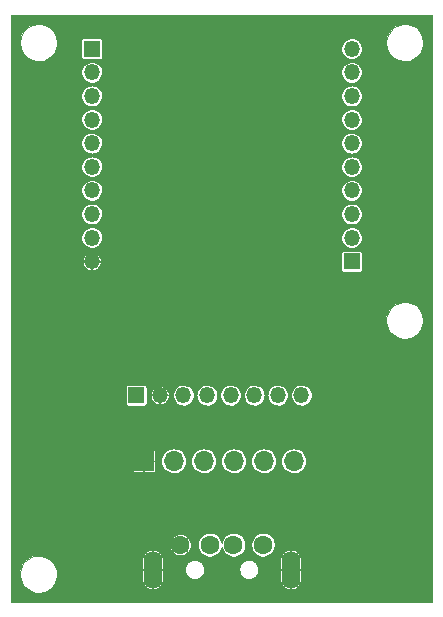
<source format=gbl>
G04 #@! TF.FileFunction,Copper,L2,Bot,Signal*
%FSLAX46Y46*%
G04 Gerber Fmt 4.6, Leading zero omitted, Abs format (unit mm)*
G04 Created by KiCad (PCBNEW 4.0.7) date 01/02/18 09:07:11*
%MOMM*%
%LPD*%
G01*
G04 APERTURE LIST*
%ADD10C,0.100000*%
%ADD11R,1.350000X1.350000*%
%ADD12O,1.350000X1.350000*%
%ADD13R,1.700000X1.700000*%
%ADD14O,1.700000X1.700000*%
%ADD15C,1.600000*%
%ADD16O,1.600000X3.200000*%
%ADD17C,0.600000*%
%ADD18C,0.250000*%
G04 APERTURE END LIST*
D10*
D11*
X122000000Y-118000000D03*
D12*
X122000000Y-116000000D03*
X122000000Y-114000000D03*
X122000000Y-112000000D03*
X122000000Y-110000000D03*
X122000000Y-108000000D03*
X122000000Y-106000000D03*
X122000000Y-104000000D03*
X122000000Y-102000000D03*
X122000000Y-100000000D03*
D11*
X100000000Y-100000000D03*
D12*
X100000000Y-102000000D03*
X100000000Y-104000000D03*
X100000000Y-106000000D03*
X100000000Y-108000000D03*
X100000000Y-110000000D03*
X100000000Y-112000000D03*
X100000000Y-114000000D03*
X100000000Y-116000000D03*
X100000000Y-118000000D03*
D11*
X103750000Y-129340000D03*
D12*
X105750000Y-129340000D03*
X107750000Y-129340000D03*
X109750000Y-129340000D03*
X111750000Y-129340000D03*
X113750000Y-129340000D03*
X115750000Y-129340000D03*
X117750000Y-129340000D03*
D13*
X104400000Y-134900000D03*
D14*
X106940000Y-134900000D03*
X109480000Y-134900000D03*
X112020000Y-134900000D03*
X114560000Y-134900000D03*
X117100000Y-134900000D03*
D15*
X107500000Y-142000000D03*
X110000000Y-142000000D03*
X112000000Y-142000000D03*
X114500000Y-142000000D03*
D16*
X105150000Y-144100000D03*
X116850000Y-144100000D03*
D17*
X105600000Y-132000000D03*
X112600000Y-131400000D03*
X111600000Y-132600000D03*
X118600000Y-132200000D03*
X121800000Y-131200000D03*
X121800000Y-133400000D03*
X124800000Y-138200000D03*
X123800000Y-139600000D03*
D18*
X106600000Y-132000000D02*
X105600000Y-132000000D01*
X107200000Y-131400000D02*
X106600000Y-132000000D01*
X112600000Y-131400000D02*
X107200000Y-131400000D01*
X118200000Y-132600000D02*
X111600000Y-132600000D01*
X118600000Y-132200000D02*
X118200000Y-132600000D01*
X121800000Y-133400000D02*
X121800000Y-131200000D01*
X124800000Y-138600000D02*
X124800000Y-138200000D01*
X123800000Y-139600000D02*
X124800000Y-138600000D01*
D10*
G36*
X128825000Y-146825000D02*
X93175000Y-146825000D01*
X93175000Y-144631169D01*
X93937950Y-144631169D01*
X93993176Y-144932075D01*
X94105797Y-145216523D01*
X94271523Y-145473679D01*
X94484041Y-145693748D01*
X94735257Y-145868347D01*
X95015601Y-145990827D01*
X95314396Y-146056521D01*
X95620261Y-146062928D01*
X95921545Y-146009804D01*
X96206772Y-145899171D01*
X96465079Y-145735245D01*
X96686626Y-145524268D01*
X96862975Y-145274278D01*
X96987409Y-144994795D01*
X97055187Y-144696466D01*
X97060067Y-144347034D01*
X97016103Y-144125000D01*
X104250000Y-144125000D01*
X104250000Y-144925000D01*
X104272171Y-145100101D01*
X104328076Y-145267512D01*
X104415567Y-145420800D01*
X104531282Y-145554074D01*
X104670774Y-145662212D01*
X104828682Y-145741059D01*
X104984571Y-145784666D01*
X105125000Y-145774643D01*
X105125000Y-144125000D01*
X105175000Y-144125000D01*
X105175000Y-145774643D01*
X105315429Y-145784666D01*
X105471318Y-145741059D01*
X105629226Y-145662212D01*
X105768718Y-145554074D01*
X105884433Y-145420800D01*
X105971924Y-145267512D01*
X106027829Y-145100101D01*
X106050000Y-144925000D01*
X106050000Y-144168107D01*
X107888936Y-144168107D01*
X107917611Y-144324346D01*
X107976087Y-144472041D01*
X108062137Y-144605564D01*
X108172483Y-144719830D01*
X108302922Y-144810488D01*
X108448485Y-144874083D01*
X108603629Y-144908193D01*
X108762443Y-144911520D01*
X108918879Y-144883936D01*
X109066978Y-144826493D01*
X109201099Y-144741377D01*
X109316133Y-144631831D01*
X109407698Y-144502029D01*
X109472308Y-144356913D01*
X109507501Y-144202011D01*
X109507974Y-144168107D01*
X112488936Y-144168107D01*
X112517611Y-144324346D01*
X112576087Y-144472041D01*
X112662137Y-144605564D01*
X112772483Y-144719830D01*
X112902922Y-144810488D01*
X113048485Y-144874083D01*
X113203629Y-144908193D01*
X113362443Y-144911520D01*
X113518879Y-144883936D01*
X113666978Y-144826493D01*
X113801099Y-144741377D01*
X113916133Y-144631831D01*
X114007698Y-144502029D01*
X114072308Y-144356913D01*
X114107501Y-144202011D01*
X114108576Y-144125000D01*
X115950000Y-144125000D01*
X115950000Y-144925000D01*
X115972171Y-145100101D01*
X116028076Y-145267512D01*
X116115567Y-145420800D01*
X116231282Y-145554074D01*
X116370774Y-145662212D01*
X116528682Y-145741059D01*
X116684571Y-145784666D01*
X116825000Y-145774643D01*
X116825000Y-144125000D01*
X116875000Y-144125000D01*
X116875000Y-145774643D01*
X117015429Y-145784666D01*
X117171318Y-145741059D01*
X117329226Y-145662212D01*
X117468718Y-145554074D01*
X117584433Y-145420800D01*
X117671924Y-145267512D01*
X117727829Y-145100101D01*
X117750000Y-144925000D01*
X117750000Y-144125000D01*
X116875000Y-144125000D01*
X116825000Y-144125000D01*
X115950000Y-144125000D01*
X114108576Y-144125000D01*
X114110034Y-144020575D01*
X114079181Y-143864752D01*
X114018648Y-143717888D01*
X113930742Y-143585579D01*
X113818811Y-143472865D01*
X113687120Y-143384037D01*
X113540682Y-143322481D01*
X113385078Y-143290540D01*
X113226232Y-143289431D01*
X113070197Y-143319196D01*
X112922915Y-143378702D01*
X112789995Y-143465682D01*
X112676502Y-143576823D01*
X112586757Y-143707892D01*
X112524180Y-143853895D01*
X112491153Y-144009273D01*
X112488936Y-144168107D01*
X109507974Y-144168107D01*
X109510034Y-144020575D01*
X109479181Y-143864752D01*
X109418648Y-143717888D01*
X109330742Y-143585579D01*
X109218811Y-143472865D01*
X109087120Y-143384037D01*
X108940682Y-143322481D01*
X108785078Y-143290540D01*
X108626232Y-143289431D01*
X108470197Y-143319196D01*
X108322915Y-143378702D01*
X108189995Y-143465682D01*
X108076502Y-143576823D01*
X107986757Y-143707892D01*
X107924180Y-143853895D01*
X107891153Y-144009273D01*
X107888936Y-144168107D01*
X106050000Y-144168107D01*
X106050000Y-144125000D01*
X105175000Y-144125000D01*
X105125000Y-144125000D01*
X104250000Y-144125000D01*
X97016103Y-144125000D01*
X97000644Y-144046929D01*
X96884063Y-143764081D01*
X96714763Y-143509264D01*
X96499193Y-143292184D01*
X96473717Y-143275000D01*
X104250000Y-143275000D01*
X104250000Y-144075000D01*
X105125000Y-144075000D01*
X105125000Y-142425357D01*
X105175000Y-142425357D01*
X105175000Y-144075000D01*
X106050000Y-144075000D01*
X106050000Y-143275000D01*
X115950000Y-143275000D01*
X115950000Y-144075000D01*
X116825000Y-144075000D01*
X116825000Y-142425357D01*
X116875000Y-142425357D01*
X116875000Y-144075000D01*
X117750000Y-144075000D01*
X117750000Y-143275000D01*
X117727829Y-143099899D01*
X117671924Y-142932488D01*
X117584433Y-142779200D01*
X117468718Y-142645926D01*
X117329226Y-142537788D01*
X117171318Y-142458941D01*
X117015429Y-142415334D01*
X116875000Y-142425357D01*
X116825000Y-142425357D01*
X116684571Y-142415334D01*
X116528682Y-142458941D01*
X116370774Y-142537788D01*
X116231282Y-142645926D01*
X116115567Y-142779200D01*
X116028076Y-142932488D01*
X115972171Y-143099899D01*
X115950000Y-143275000D01*
X106050000Y-143275000D01*
X106027829Y-143099899D01*
X105971924Y-142932488D01*
X105884433Y-142779200D01*
X105768718Y-142645926D01*
X105760075Y-142639225D01*
X106896131Y-142639225D01*
X106988862Y-142746053D01*
X107144231Y-142831435D01*
X107313272Y-142884867D01*
X107489490Y-142904293D01*
X107666110Y-142888968D01*
X107836347Y-142839481D01*
X107993659Y-142757732D01*
X108011138Y-142746053D01*
X108103869Y-142639225D01*
X107500000Y-142035355D01*
X106896131Y-142639225D01*
X105760075Y-142639225D01*
X105629226Y-142537788D01*
X105471318Y-142458941D01*
X105315429Y-142415334D01*
X105175000Y-142425357D01*
X105125000Y-142425357D01*
X104984571Y-142415334D01*
X104828682Y-142458941D01*
X104670774Y-142537788D01*
X104531282Y-142645926D01*
X104415567Y-142779200D01*
X104328076Y-142932488D01*
X104272171Y-143099899D01*
X104250000Y-143275000D01*
X96473717Y-143275000D01*
X96245564Y-143121109D01*
X95963537Y-143002555D01*
X95663853Y-142941039D01*
X95357929Y-142938903D01*
X95057416Y-142996229D01*
X94773761Y-143110833D01*
X94517768Y-143278350D01*
X94299189Y-143492400D01*
X94126347Y-143744828D01*
X94005828Y-144026021D01*
X93942221Y-144325267D01*
X93937950Y-144631169D01*
X93175000Y-144631169D01*
X93175000Y-141989490D01*
X106595707Y-141989490D01*
X106611032Y-142166110D01*
X106660519Y-142336347D01*
X106742268Y-142493659D01*
X106753947Y-142511138D01*
X106860775Y-142603869D01*
X107464645Y-142000000D01*
X107535355Y-142000000D01*
X108139225Y-142603869D01*
X108246053Y-142511138D01*
X108331435Y-142355769D01*
X108384867Y-142186728D01*
X108396089Y-142084924D01*
X108988672Y-142084924D01*
X109024428Y-142279741D01*
X109097343Y-142463903D01*
X109204640Y-142630395D01*
X109342232Y-142772875D01*
X109504878Y-142885917D01*
X109686383Y-142965215D01*
X109879833Y-143007748D01*
X110077861Y-143011896D01*
X110272923Y-142977501D01*
X110457590Y-142905874D01*
X110624827Y-142799742D01*
X110768264Y-142663148D01*
X110882439Y-142501295D01*
X110963002Y-142320348D01*
X111001102Y-142152649D01*
X111024428Y-142279741D01*
X111097343Y-142463903D01*
X111204640Y-142630395D01*
X111342232Y-142772875D01*
X111504878Y-142885917D01*
X111686383Y-142965215D01*
X111879833Y-143007748D01*
X112077861Y-143011896D01*
X112272923Y-142977501D01*
X112457590Y-142905874D01*
X112624827Y-142799742D01*
X112768264Y-142663148D01*
X112882439Y-142501295D01*
X112963002Y-142320348D01*
X113006884Y-142127199D01*
X113007474Y-142084924D01*
X113488672Y-142084924D01*
X113524428Y-142279741D01*
X113597343Y-142463903D01*
X113704640Y-142630395D01*
X113842232Y-142772875D01*
X114004878Y-142885917D01*
X114186383Y-142965215D01*
X114379833Y-143007748D01*
X114577861Y-143011896D01*
X114772923Y-142977501D01*
X114957590Y-142905874D01*
X115124827Y-142799742D01*
X115268264Y-142663148D01*
X115382439Y-142501295D01*
X115463002Y-142320348D01*
X115506884Y-142127199D01*
X115510043Y-141900964D01*
X115471571Y-141706665D01*
X115396092Y-141523539D01*
X115286481Y-141358562D01*
X115146913Y-141218016D01*
X114982705Y-141107256D01*
X114800110Y-141030500D01*
X114606085Y-140990673D01*
X114408018Y-140989290D01*
X114213455Y-141026405D01*
X114029807Y-141100604D01*
X113864068Y-141209060D01*
X113722551Y-141347643D01*
X113610648Y-141511074D01*
X113532619Y-141693129D01*
X113491438Y-141886872D01*
X113488672Y-142084924D01*
X113007474Y-142084924D01*
X113010043Y-141900964D01*
X112971571Y-141706665D01*
X112896092Y-141523539D01*
X112786481Y-141358562D01*
X112646913Y-141218016D01*
X112482705Y-141107256D01*
X112300110Y-141030500D01*
X112106085Y-140990673D01*
X111908018Y-140989290D01*
X111713455Y-141026405D01*
X111529807Y-141100604D01*
X111364068Y-141209060D01*
X111222551Y-141347643D01*
X111110648Y-141511074D01*
X111032619Y-141693129D01*
X110999626Y-141848352D01*
X110971571Y-141706665D01*
X110896092Y-141523539D01*
X110786481Y-141358562D01*
X110646913Y-141218016D01*
X110482705Y-141107256D01*
X110300110Y-141030500D01*
X110106085Y-140990673D01*
X109908018Y-140989290D01*
X109713455Y-141026405D01*
X109529807Y-141100604D01*
X109364068Y-141209060D01*
X109222551Y-141347643D01*
X109110648Y-141511074D01*
X109032619Y-141693129D01*
X108991438Y-141886872D01*
X108988672Y-142084924D01*
X108396089Y-142084924D01*
X108404293Y-142010510D01*
X108388968Y-141833890D01*
X108339481Y-141663653D01*
X108257732Y-141506341D01*
X108246053Y-141488862D01*
X108139225Y-141396131D01*
X107535355Y-142000000D01*
X107464645Y-142000000D01*
X106860775Y-141396131D01*
X106753947Y-141488862D01*
X106668565Y-141644231D01*
X106615133Y-141813272D01*
X106595707Y-141989490D01*
X93175000Y-141989490D01*
X93175000Y-141360775D01*
X106896131Y-141360775D01*
X107500000Y-141964645D01*
X108103869Y-141360775D01*
X108011138Y-141253947D01*
X107855769Y-141168565D01*
X107686728Y-141115133D01*
X107510510Y-141095707D01*
X107333890Y-141111032D01*
X107163653Y-141160519D01*
X107006341Y-141242268D01*
X106988862Y-141253947D01*
X106896131Y-141360775D01*
X93175000Y-141360775D01*
X93175000Y-134950000D01*
X103450000Y-134950000D01*
X103450000Y-135759849D01*
X103453843Y-135779169D01*
X103461381Y-135797368D01*
X103472325Y-135813746D01*
X103486254Y-135827675D01*
X103502632Y-135838619D01*
X103520831Y-135846157D01*
X103540151Y-135850000D01*
X104350000Y-135850000D01*
X104375000Y-135825000D01*
X104375000Y-134925000D01*
X104425000Y-134925000D01*
X104425000Y-135825000D01*
X104450000Y-135850000D01*
X105259849Y-135850000D01*
X105279169Y-135846157D01*
X105297368Y-135838619D01*
X105313746Y-135827675D01*
X105327675Y-135813746D01*
X105338619Y-135797368D01*
X105346157Y-135779169D01*
X105350000Y-135759849D01*
X105350000Y-134950000D01*
X105325000Y-134925000D01*
X104425000Y-134925000D01*
X104375000Y-134925000D01*
X103475000Y-134925000D01*
X103450000Y-134950000D01*
X93175000Y-134950000D01*
X93175000Y-134894871D01*
X105880000Y-134894871D01*
X105880000Y-134905129D01*
X105900188Y-135111017D01*
X105959981Y-135309064D01*
X106057103Y-135491724D01*
X106187855Y-135652041D01*
X106347256Y-135783909D01*
X106529233Y-135882304D01*
X106726857Y-135943479D01*
X106932600Y-135965103D01*
X107138624Y-135946353D01*
X107337083Y-135887944D01*
X107520417Y-135792099D01*
X107681643Y-135662470D01*
X107814620Y-135503994D01*
X107914283Y-135322707D01*
X107976836Y-135125515D01*
X107999897Y-134919929D01*
X108000000Y-134905129D01*
X108000000Y-134894871D01*
X108420000Y-134894871D01*
X108420000Y-134905129D01*
X108440188Y-135111017D01*
X108499981Y-135309064D01*
X108597103Y-135491724D01*
X108727855Y-135652041D01*
X108887256Y-135783909D01*
X109069233Y-135882304D01*
X109266857Y-135943479D01*
X109472600Y-135965103D01*
X109678624Y-135946353D01*
X109877083Y-135887944D01*
X110060417Y-135792099D01*
X110221643Y-135662470D01*
X110354620Y-135503994D01*
X110454283Y-135322707D01*
X110516836Y-135125515D01*
X110539897Y-134919929D01*
X110540000Y-134905129D01*
X110540000Y-134894871D01*
X110960000Y-134894871D01*
X110960000Y-134905129D01*
X110980188Y-135111017D01*
X111039981Y-135309064D01*
X111137103Y-135491724D01*
X111267855Y-135652041D01*
X111427256Y-135783909D01*
X111609233Y-135882304D01*
X111806857Y-135943479D01*
X112012600Y-135965103D01*
X112218624Y-135946353D01*
X112417083Y-135887944D01*
X112600417Y-135792099D01*
X112761643Y-135662470D01*
X112894620Y-135503994D01*
X112994283Y-135322707D01*
X113056836Y-135125515D01*
X113079897Y-134919929D01*
X113080000Y-134905129D01*
X113080000Y-134894871D01*
X113500000Y-134894871D01*
X113500000Y-134905129D01*
X113520188Y-135111017D01*
X113579981Y-135309064D01*
X113677103Y-135491724D01*
X113807855Y-135652041D01*
X113967256Y-135783909D01*
X114149233Y-135882304D01*
X114346857Y-135943479D01*
X114552600Y-135965103D01*
X114758624Y-135946353D01*
X114957083Y-135887944D01*
X115140417Y-135792099D01*
X115301643Y-135662470D01*
X115434620Y-135503994D01*
X115534283Y-135322707D01*
X115596836Y-135125515D01*
X115619897Y-134919929D01*
X115620000Y-134905129D01*
X115620000Y-134894871D01*
X116040000Y-134894871D01*
X116040000Y-134905129D01*
X116060188Y-135111017D01*
X116119981Y-135309064D01*
X116217103Y-135491724D01*
X116347855Y-135652041D01*
X116507256Y-135783909D01*
X116689233Y-135882304D01*
X116886857Y-135943479D01*
X117092600Y-135965103D01*
X117298624Y-135946353D01*
X117497083Y-135887944D01*
X117680417Y-135792099D01*
X117841643Y-135662470D01*
X117974620Y-135503994D01*
X118074283Y-135322707D01*
X118136836Y-135125515D01*
X118159897Y-134919929D01*
X118160000Y-134905129D01*
X118160000Y-134894871D01*
X118139812Y-134688983D01*
X118080019Y-134490936D01*
X117982897Y-134308276D01*
X117852145Y-134147959D01*
X117692744Y-134016091D01*
X117510767Y-133917696D01*
X117313143Y-133856521D01*
X117107400Y-133834897D01*
X116901376Y-133853647D01*
X116702917Y-133912056D01*
X116519583Y-134007901D01*
X116358357Y-134137530D01*
X116225380Y-134296006D01*
X116125717Y-134477293D01*
X116063164Y-134674485D01*
X116040103Y-134880071D01*
X116040000Y-134894871D01*
X115620000Y-134894871D01*
X115599812Y-134688983D01*
X115540019Y-134490936D01*
X115442897Y-134308276D01*
X115312145Y-134147959D01*
X115152744Y-134016091D01*
X114970767Y-133917696D01*
X114773143Y-133856521D01*
X114567400Y-133834897D01*
X114361376Y-133853647D01*
X114162917Y-133912056D01*
X113979583Y-134007901D01*
X113818357Y-134137530D01*
X113685380Y-134296006D01*
X113585717Y-134477293D01*
X113523164Y-134674485D01*
X113500103Y-134880071D01*
X113500000Y-134894871D01*
X113080000Y-134894871D01*
X113059812Y-134688983D01*
X113000019Y-134490936D01*
X112902897Y-134308276D01*
X112772145Y-134147959D01*
X112612744Y-134016091D01*
X112430767Y-133917696D01*
X112233143Y-133856521D01*
X112027400Y-133834897D01*
X111821376Y-133853647D01*
X111622917Y-133912056D01*
X111439583Y-134007901D01*
X111278357Y-134137530D01*
X111145380Y-134296006D01*
X111045717Y-134477293D01*
X110983164Y-134674485D01*
X110960103Y-134880071D01*
X110960000Y-134894871D01*
X110540000Y-134894871D01*
X110519812Y-134688983D01*
X110460019Y-134490936D01*
X110362897Y-134308276D01*
X110232145Y-134147959D01*
X110072744Y-134016091D01*
X109890767Y-133917696D01*
X109693143Y-133856521D01*
X109487400Y-133834897D01*
X109281376Y-133853647D01*
X109082917Y-133912056D01*
X108899583Y-134007901D01*
X108738357Y-134137530D01*
X108605380Y-134296006D01*
X108505717Y-134477293D01*
X108443164Y-134674485D01*
X108420103Y-134880071D01*
X108420000Y-134894871D01*
X108000000Y-134894871D01*
X107979812Y-134688983D01*
X107920019Y-134490936D01*
X107822897Y-134308276D01*
X107692145Y-134147959D01*
X107532744Y-134016091D01*
X107350767Y-133917696D01*
X107153143Y-133856521D01*
X106947400Y-133834897D01*
X106741376Y-133853647D01*
X106542917Y-133912056D01*
X106359583Y-134007901D01*
X106198357Y-134137530D01*
X106065380Y-134296006D01*
X105965717Y-134477293D01*
X105903164Y-134674485D01*
X105880103Y-134880071D01*
X105880000Y-134894871D01*
X93175000Y-134894871D01*
X93175000Y-134040151D01*
X103450000Y-134040151D01*
X103450000Y-134850000D01*
X103475000Y-134875000D01*
X104375000Y-134875000D01*
X104375000Y-133975000D01*
X104425000Y-133975000D01*
X104425000Y-134875000D01*
X105325000Y-134875000D01*
X105350000Y-134850000D01*
X105350000Y-134040151D01*
X105346157Y-134020831D01*
X105338619Y-134002632D01*
X105327675Y-133986254D01*
X105313746Y-133972325D01*
X105297368Y-133961381D01*
X105279169Y-133953843D01*
X105259849Y-133950000D01*
X104450000Y-133950000D01*
X104425000Y-133975000D01*
X104375000Y-133975000D01*
X104350000Y-133950000D01*
X103540151Y-133950000D01*
X103520831Y-133953843D01*
X103502632Y-133961381D01*
X103486254Y-133972325D01*
X103472325Y-133986254D01*
X103461381Y-134002632D01*
X103453843Y-134020831D01*
X103450000Y-134040151D01*
X93175000Y-134040151D01*
X93175000Y-128665000D01*
X102863984Y-128665000D01*
X102863984Y-130015000D01*
X102866651Y-130048442D01*
X102884216Y-130105162D01*
X102916888Y-130154744D01*
X102962080Y-130193260D01*
X103016212Y-130217662D01*
X103075000Y-130226016D01*
X104425000Y-130226016D01*
X104458442Y-130223349D01*
X104515162Y-130205784D01*
X104564744Y-130173112D01*
X104603260Y-130127920D01*
X104627662Y-130073788D01*
X104636016Y-130015000D01*
X104636016Y-129485866D01*
X104988849Y-129485866D01*
X105031931Y-129631556D01*
X105102608Y-129766042D01*
X105198164Y-129884156D01*
X105314927Y-129981358D01*
X105448410Y-130053913D01*
X105593482Y-130099033D01*
X105604134Y-130101150D01*
X105725000Y-130089583D01*
X105725000Y-129365000D01*
X105775000Y-129365000D01*
X105775000Y-130089583D01*
X105895866Y-130101150D01*
X105906518Y-130099033D01*
X106051590Y-130053913D01*
X106185073Y-129981358D01*
X106301836Y-129884156D01*
X106397392Y-129766042D01*
X106468069Y-129631556D01*
X106511151Y-129485866D01*
X106499598Y-129365000D01*
X105775000Y-129365000D01*
X105725000Y-129365000D01*
X105000402Y-129365000D01*
X104988849Y-129485866D01*
X104636016Y-129485866D01*
X104636016Y-129335718D01*
X106865000Y-129335718D01*
X106865000Y-129344282D01*
X106881855Y-129516179D01*
X106931777Y-129681529D01*
X107012865Y-129834034D01*
X107122030Y-129967883D01*
X107255114Y-130077980D01*
X107407049Y-130160131D01*
X107572046Y-130211206D01*
X107743822Y-130229260D01*
X107915832Y-130213606D01*
X108081527Y-130164840D01*
X108234593Y-130084818D01*
X108369202Y-129976590D01*
X108480225Y-129844278D01*
X108563435Y-129692921D01*
X108615661Y-129528284D01*
X108634914Y-129356639D01*
X108635000Y-129344282D01*
X108635000Y-129335718D01*
X108865000Y-129335718D01*
X108865000Y-129344282D01*
X108881855Y-129516179D01*
X108931777Y-129681529D01*
X109012865Y-129834034D01*
X109122030Y-129967883D01*
X109255114Y-130077980D01*
X109407049Y-130160131D01*
X109572046Y-130211206D01*
X109743822Y-130229260D01*
X109915832Y-130213606D01*
X110081527Y-130164840D01*
X110234593Y-130084818D01*
X110369202Y-129976590D01*
X110480225Y-129844278D01*
X110563435Y-129692921D01*
X110615661Y-129528284D01*
X110634914Y-129356639D01*
X110635000Y-129344282D01*
X110635000Y-129335718D01*
X110865000Y-129335718D01*
X110865000Y-129344282D01*
X110881855Y-129516179D01*
X110931777Y-129681529D01*
X111012865Y-129834034D01*
X111122030Y-129967883D01*
X111255114Y-130077980D01*
X111407049Y-130160131D01*
X111572046Y-130211206D01*
X111743822Y-130229260D01*
X111915832Y-130213606D01*
X112081527Y-130164840D01*
X112234593Y-130084818D01*
X112369202Y-129976590D01*
X112480225Y-129844278D01*
X112563435Y-129692921D01*
X112615661Y-129528284D01*
X112634914Y-129356639D01*
X112635000Y-129344282D01*
X112635000Y-129335718D01*
X112865000Y-129335718D01*
X112865000Y-129344282D01*
X112881855Y-129516179D01*
X112931777Y-129681529D01*
X113012865Y-129834034D01*
X113122030Y-129967883D01*
X113255114Y-130077980D01*
X113407049Y-130160131D01*
X113572046Y-130211206D01*
X113743822Y-130229260D01*
X113915832Y-130213606D01*
X114081527Y-130164840D01*
X114234593Y-130084818D01*
X114369202Y-129976590D01*
X114480225Y-129844278D01*
X114563435Y-129692921D01*
X114615661Y-129528284D01*
X114634914Y-129356639D01*
X114635000Y-129344282D01*
X114635000Y-129335718D01*
X114865000Y-129335718D01*
X114865000Y-129344282D01*
X114881855Y-129516179D01*
X114931777Y-129681529D01*
X115012865Y-129834034D01*
X115122030Y-129967883D01*
X115255114Y-130077980D01*
X115407049Y-130160131D01*
X115572046Y-130211206D01*
X115743822Y-130229260D01*
X115915832Y-130213606D01*
X116081527Y-130164840D01*
X116234593Y-130084818D01*
X116369202Y-129976590D01*
X116480225Y-129844278D01*
X116563435Y-129692921D01*
X116615661Y-129528284D01*
X116634914Y-129356639D01*
X116635000Y-129344282D01*
X116635000Y-129335718D01*
X116865000Y-129335718D01*
X116865000Y-129344282D01*
X116881855Y-129516179D01*
X116931777Y-129681529D01*
X117012865Y-129834034D01*
X117122030Y-129967883D01*
X117255114Y-130077980D01*
X117407049Y-130160131D01*
X117572046Y-130211206D01*
X117743822Y-130229260D01*
X117915832Y-130213606D01*
X118081527Y-130164840D01*
X118234593Y-130084818D01*
X118369202Y-129976590D01*
X118480225Y-129844278D01*
X118563435Y-129692921D01*
X118615661Y-129528284D01*
X118634914Y-129356639D01*
X118635000Y-129344282D01*
X118635000Y-129335718D01*
X118618145Y-129163821D01*
X118568223Y-128998471D01*
X118487135Y-128845966D01*
X118377970Y-128712117D01*
X118244886Y-128602020D01*
X118092951Y-128519869D01*
X117927954Y-128468794D01*
X117756178Y-128450740D01*
X117584168Y-128466394D01*
X117418473Y-128515160D01*
X117265407Y-128595182D01*
X117130798Y-128703410D01*
X117019775Y-128835722D01*
X116936565Y-128987079D01*
X116884339Y-129151716D01*
X116865086Y-129323361D01*
X116865000Y-129335718D01*
X116635000Y-129335718D01*
X116618145Y-129163821D01*
X116568223Y-128998471D01*
X116487135Y-128845966D01*
X116377970Y-128712117D01*
X116244886Y-128602020D01*
X116092951Y-128519869D01*
X115927954Y-128468794D01*
X115756178Y-128450740D01*
X115584168Y-128466394D01*
X115418473Y-128515160D01*
X115265407Y-128595182D01*
X115130798Y-128703410D01*
X115019775Y-128835722D01*
X114936565Y-128987079D01*
X114884339Y-129151716D01*
X114865086Y-129323361D01*
X114865000Y-129335718D01*
X114635000Y-129335718D01*
X114618145Y-129163821D01*
X114568223Y-128998471D01*
X114487135Y-128845966D01*
X114377970Y-128712117D01*
X114244886Y-128602020D01*
X114092951Y-128519869D01*
X113927954Y-128468794D01*
X113756178Y-128450740D01*
X113584168Y-128466394D01*
X113418473Y-128515160D01*
X113265407Y-128595182D01*
X113130798Y-128703410D01*
X113019775Y-128835722D01*
X112936565Y-128987079D01*
X112884339Y-129151716D01*
X112865086Y-129323361D01*
X112865000Y-129335718D01*
X112635000Y-129335718D01*
X112618145Y-129163821D01*
X112568223Y-128998471D01*
X112487135Y-128845966D01*
X112377970Y-128712117D01*
X112244886Y-128602020D01*
X112092951Y-128519869D01*
X111927954Y-128468794D01*
X111756178Y-128450740D01*
X111584168Y-128466394D01*
X111418473Y-128515160D01*
X111265407Y-128595182D01*
X111130798Y-128703410D01*
X111019775Y-128835722D01*
X110936565Y-128987079D01*
X110884339Y-129151716D01*
X110865086Y-129323361D01*
X110865000Y-129335718D01*
X110635000Y-129335718D01*
X110618145Y-129163821D01*
X110568223Y-128998471D01*
X110487135Y-128845966D01*
X110377970Y-128712117D01*
X110244886Y-128602020D01*
X110092951Y-128519869D01*
X109927954Y-128468794D01*
X109756178Y-128450740D01*
X109584168Y-128466394D01*
X109418473Y-128515160D01*
X109265407Y-128595182D01*
X109130798Y-128703410D01*
X109019775Y-128835722D01*
X108936565Y-128987079D01*
X108884339Y-129151716D01*
X108865086Y-129323361D01*
X108865000Y-129335718D01*
X108635000Y-129335718D01*
X108618145Y-129163821D01*
X108568223Y-128998471D01*
X108487135Y-128845966D01*
X108377970Y-128712117D01*
X108244886Y-128602020D01*
X108092951Y-128519869D01*
X107927954Y-128468794D01*
X107756178Y-128450740D01*
X107584168Y-128466394D01*
X107418473Y-128515160D01*
X107265407Y-128595182D01*
X107130798Y-128703410D01*
X107019775Y-128835722D01*
X106936565Y-128987079D01*
X106884339Y-129151716D01*
X106865086Y-129323361D01*
X106865000Y-129335718D01*
X104636016Y-129335718D01*
X104636016Y-129194134D01*
X104988849Y-129194134D01*
X105000402Y-129315000D01*
X105725000Y-129315000D01*
X105725000Y-128590417D01*
X105775000Y-128590417D01*
X105775000Y-129315000D01*
X106499598Y-129315000D01*
X106511151Y-129194134D01*
X106468069Y-129048444D01*
X106397392Y-128913958D01*
X106301836Y-128795844D01*
X106185073Y-128698642D01*
X106051590Y-128626087D01*
X105906518Y-128580967D01*
X105895866Y-128578850D01*
X105775000Y-128590417D01*
X105725000Y-128590417D01*
X105604134Y-128578850D01*
X105593482Y-128580967D01*
X105448410Y-128626087D01*
X105314927Y-128698642D01*
X105198164Y-128795844D01*
X105102608Y-128913958D01*
X105031931Y-129048444D01*
X104988849Y-129194134D01*
X104636016Y-129194134D01*
X104636016Y-128665000D01*
X104633349Y-128631558D01*
X104615784Y-128574838D01*
X104583112Y-128525256D01*
X104537920Y-128486740D01*
X104483788Y-128462338D01*
X104425000Y-128453984D01*
X103075000Y-128453984D01*
X103041558Y-128456651D01*
X102984838Y-128474216D01*
X102935256Y-128506888D01*
X102896740Y-128552080D01*
X102872338Y-128606212D01*
X102863984Y-128665000D01*
X93175000Y-128665000D01*
X93175000Y-123131169D01*
X124937950Y-123131169D01*
X124993176Y-123432075D01*
X125105797Y-123716523D01*
X125271523Y-123973679D01*
X125484041Y-124193748D01*
X125735257Y-124368347D01*
X126015601Y-124490827D01*
X126314396Y-124556521D01*
X126620261Y-124562928D01*
X126921545Y-124509804D01*
X127206772Y-124399171D01*
X127465079Y-124235245D01*
X127686626Y-124024268D01*
X127862975Y-123774278D01*
X127987409Y-123494795D01*
X128055187Y-123196466D01*
X128060067Y-122847034D01*
X128000644Y-122546929D01*
X127884063Y-122264081D01*
X127714763Y-122009264D01*
X127499193Y-121792184D01*
X127245564Y-121621109D01*
X126963537Y-121502555D01*
X126663853Y-121441039D01*
X126357929Y-121438903D01*
X126057416Y-121496229D01*
X125773761Y-121610833D01*
X125517768Y-121778350D01*
X125299189Y-121992400D01*
X125126347Y-122244828D01*
X125005828Y-122526021D01*
X124942221Y-122825267D01*
X124937950Y-123131169D01*
X93175000Y-123131169D01*
X93175000Y-118145866D01*
X99238850Y-118145866D01*
X99240967Y-118156518D01*
X99286087Y-118301590D01*
X99358642Y-118435073D01*
X99455844Y-118551836D01*
X99573958Y-118647392D01*
X99708444Y-118718069D01*
X99854134Y-118761151D01*
X99975000Y-118749598D01*
X99975000Y-118025000D01*
X100025000Y-118025000D01*
X100025000Y-118749598D01*
X100145866Y-118761151D01*
X100291556Y-118718069D01*
X100426042Y-118647392D01*
X100544156Y-118551836D01*
X100641358Y-118435073D01*
X100713913Y-118301590D01*
X100759033Y-118156518D01*
X100761150Y-118145866D01*
X100749583Y-118025000D01*
X100025000Y-118025000D01*
X99975000Y-118025000D01*
X99250417Y-118025000D01*
X99238850Y-118145866D01*
X93175000Y-118145866D01*
X93175000Y-117854134D01*
X99238850Y-117854134D01*
X99250417Y-117975000D01*
X99975000Y-117975000D01*
X99975000Y-117250402D01*
X100025000Y-117250402D01*
X100025000Y-117975000D01*
X100749583Y-117975000D01*
X100761150Y-117854134D01*
X100759033Y-117843482D01*
X100713913Y-117698410D01*
X100641358Y-117564927D01*
X100544156Y-117448164D01*
X100426042Y-117352608D01*
X100373509Y-117325000D01*
X121113984Y-117325000D01*
X121113984Y-118675000D01*
X121116651Y-118708442D01*
X121134216Y-118765162D01*
X121166888Y-118814744D01*
X121212080Y-118853260D01*
X121266212Y-118877662D01*
X121325000Y-118886016D01*
X122675000Y-118886016D01*
X122708442Y-118883349D01*
X122765162Y-118865784D01*
X122814744Y-118833112D01*
X122853260Y-118787920D01*
X122877662Y-118733788D01*
X122886016Y-118675000D01*
X122886016Y-117325000D01*
X122883349Y-117291558D01*
X122865784Y-117234838D01*
X122833112Y-117185256D01*
X122787920Y-117146740D01*
X122733788Y-117122338D01*
X122675000Y-117113984D01*
X121325000Y-117113984D01*
X121291558Y-117116651D01*
X121234838Y-117134216D01*
X121185256Y-117166888D01*
X121146740Y-117212080D01*
X121122338Y-117266212D01*
X121113984Y-117325000D01*
X100373509Y-117325000D01*
X100291556Y-117281931D01*
X100145866Y-117238849D01*
X100025000Y-117250402D01*
X99975000Y-117250402D01*
X99854134Y-117238849D01*
X99708444Y-117281931D01*
X99573958Y-117352608D01*
X99455844Y-117448164D01*
X99358642Y-117564927D01*
X99286087Y-117698410D01*
X99240967Y-117843482D01*
X99238850Y-117854134D01*
X93175000Y-117854134D01*
X93175000Y-115993822D01*
X99110740Y-115993822D01*
X99126394Y-116165832D01*
X99175160Y-116331527D01*
X99255182Y-116484593D01*
X99363410Y-116619202D01*
X99495722Y-116730225D01*
X99647079Y-116813435D01*
X99811716Y-116865661D01*
X99983361Y-116884914D01*
X99995718Y-116885000D01*
X100004282Y-116885000D01*
X100176179Y-116868145D01*
X100341529Y-116818223D01*
X100494034Y-116737135D01*
X100627883Y-116627970D01*
X100737980Y-116494886D01*
X100820131Y-116342951D01*
X100871206Y-116177954D01*
X100889260Y-116006178D01*
X100888136Y-115993822D01*
X121110740Y-115993822D01*
X121126394Y-116165832D01*
X121175160Y-116331527D01*
X121255182Y-116484593D01*
X121363410Y-116619202D01*
X121495722Y-116730225D01*
X121647079Y-116813435D01*
X121811716Y-116865661D01*
X121983361Y-116884914D01*
X121995718Y-116885000D01*
X122004282Y-116885000D01*
X122176179Y-116868145D01*
X122341529Y-116818223D01*
X122494034Y-116737135D01*
X122627883Y-116627970D01*
X122737980Y-116494886D01*
X122820131Y-116342951D01*
X122871206Y-116177954D01*
X122889260Y-116006178D01*
X122873606Y-115834168D01*
X122824840Y-115668473D01*
X122744818Y-115515407D01*
X122636590Y-115380798D01*
X122504278Y-115269775D01*
X122352921Y-115186565D01*
X122188284Y-115134339D01*
X122016639Y-115115086D01*
X122004282Y-115115000D01*
X121995718Y-115115000D01*
X121823821Y-115131855D01*
X121658471Y-115181777D01*
X121505966Y-115262865D01*
X121372117Y-115372030D01*
X121262020Y-115505114D01*
X121179869Y-115657049D01*
X121128794Y-115822046D01*
X121110740Y-115993822D01*
X100888136Y-115993822D01*
X100873606Y-115834168D01*
X100824840Y-115668473D01*
X100744818Y-115515407D01*
X100636590Y-115380798D01*
X100504278Y-115269775D01*
X100352921Y-115186565D01*
X100188284Y-115134339D01*
X100016639Y-115115086D01*
X100004282Y-115115000D01*
X99995718Y-115115000D01*
X99823821Y-115131855D01*
X99658471Y-115181777D01*
X99505966Y-115262865D01*
X99372117Y-115372030D01*
X99262020Y-115505114D01*
X99179869Y-115657049D01*
X99128794Y-115822046D01*
X99110740Y-115993822D01*
X93175000Y-115993822D01*
X93175000Y-113993822D01*
X99110740Y-113993822D01*
X99126394Y-114165832D01*
X99175160Y-114331527D01*
X99255182Y-114484593D01*
X99363410Y-114619202D01*
X99495722Y-114730225D01*
X99647079Y-114813435D01*
X99811716Y-114865661D01*
X99983361Y-114884914D01*
X99995718Y-114885000D01*
X100004282Y-114885000D01*
X100176179Y-114868145D01*
X100341529Y-114818223D01*
X100494034Y-114737135D01*
X100627883Y-114627970D01*
X100737980Y-114494886D01*
X100820131Y-114342951D01*
X100871206Y-114177954D01*
X100889260Y-114006178D01*
X100888136Y-113993822D01*
X121110740Y-113993822D01*
X121126394Y-114165832D01*
X121175160Y-114331527D01*
X121255182Y-114484593D01*
X121363410Y-114619202D01*
X121495722Y-114730225D01*
X121647079Y-114813435D01*
X121811716Y-114865661D01*
X121983361Y-114884914D01*
X121995718Y-114885000D01*
X122004282Y-114885000D01*
X122176179Y-114868145D01*
X122341529Y-114818223D01*
X122494034Y-114737135D01*
X122627883Y-114627970D01*
X122737980Y-114494886D01*
X122820131Y-114342951D01*
X122871206Y-114177954D01*
X122889260Y-114006178D01*
X122873606Y-113834168D01*
X122824840Y-113668473D01*
X122744818Y-113515407D01*
X122636590Y-113380798D01*
X122504278Y-113269775D01*
X122352921Y-113186565D01*
X122188284Y-113134339D01*
X122016639Y-113115086D01*
X122004282Y-113115000D01*
X121995718Y-113115000D01*
X121823821Y-113131855D01*
X121658471Y-113181777D01*
X121505966Y-113262865D01*
X121372117Y-113372030D01*
X121262020Y-113505114D01*
X121179869Y-113657049D01*
X121128794Y-113822046D01*
X121110740Y-113993822D01*
X100888136Y-113993822D01*
X100873606Y-113834168D01*
X100824840Y-113668473D01*
X100744818Y-113515407D01*
X100636590Y-113380798D01*
X100504278Y-113269775D01*
X100352921Y-113186565D01*
X100188284Y-113134339D01*
X100016639Y-113115086D01*
X100004282Y-113115000D01*
X99995718Y-113115000D01*
X99823821Y-113131855D01*
X99658471Y-113181777D01*
X99505966Y-113262865D01*
X99372117Y-113372030D01*
X99262020Y-113505114D01*
X99179869Y-113657049D01*
X99128794Y-113822046D01*
X99110740Y-113993822D01*
X93175000Y-113993822D01*
X93175000Y-111993822D01*
X99110740Y-111993822D01*
X99126394Y-112165832D01*
X99175160Y-112331527D01*
X99255182Y-112484593D01*
X99363410Y-112619202D01*
X99495722Y-112730225D01*
X99647079Y-112813435D01*
X99811716Y-112865661D01*
X99983361Y-112884914D01*
X99995718Y-112885000D01*
X100004282Y-112885000D01*
X100176179Y-112868145D01*
X100341529Y-112818223D01*
X100494034Y-112737135D01*
X100627883Y-112627970D01*
X100737980Y-112494886D01*
X100820131Y-112342951D01*
X100871206Y-112177954D01*
X100889260Y-112006178D01*
X100888136Y-111993822D01*
X121110740Y-111993822D01*
X121126394Y-112165832D01*
X121175160Y-112331527D01*
X121255182Y-112484593D01*
X121363410Y-112619202D01*
X121495722Y-112730225D01*
X121647079Y-112813435D01*
X121811716Y-112865661D01*
X121983361Y-112884914D01*
X121995718Y-112885000D01*
X122004282Y-112885000D01*
X122176179Y-112868145D01*
X122341529Y-112818223D01*
X122494034Y-112737135D01*
X122627883Y-112627970D01*
X122737980Y-112494886D01*
X122820131Y-112342951D01*
X122871206Y-112177954D01*
X122889260Y-112006178D01*
X122873606Y-111834168D01*
X122824840Y-111668473D01*
X122744818Y-111515407D01*
X122636590Y-111380798D01*
X122504278Y-111269775D01*
X122352921Y-111186565D01*
X122188284Y-111134339D01*
X122016639Y-111115086D01*
X122004282Y-111115000D01*
X121995718Y-111115000D01*
X121823821Y-111131855D01*
X121658471Y-111181777D01*
X121505966Y-111262865D01*
X121372117Y-111372030D01*
X121262020Y-111505114D01*
X121179869Y-111657049D01*
X121128794Y-111822046D01*
X121110740Y-111993822D01*
X100888136Y-111993822D01*
X100873606Y-111834168D01*
X100824840Y-111668473D01*
X100744818Y-111515407D01*
X100636590Y-111380798D01*
X100504278Y-111269775D01*
X100352921Y-111186565D01*
X100188284Y-111134339D01*
X100016639Y-111115086D01*
X100004282Y-111115000D01*
X99995718Y-111115000D01*
X99823821Y-111131855D01*
X99658471Y-111181777D01*
X99505966Y-111262865D01*
X99372117Y-111372030D01*
X99262020Y-111505114D01*
X99179869Y-111657049D01*
X99128794Y-111822046D01*
X99110740Y-111993822D01*
X93175000Y-111993822D01*
X93175000Y-109993822D01*
X99110740Y-109993822D01*
X99126394Y-110165832D01*
X99175160Y-110331527D01*
X99255182Y-110484593D01*
X99363410Y-110619202D01*
X99495722Y-110730225D01*
X99647079Y-110813435D01*
X99811716Y-110865661D01*
X99983361Y-110884914D01*
X99995718Y-110885000D01*
X100004282Y-110885000D01*
X100176179Y-110868145D01*
X100341529Y-110818223D01*
X100494034Y-110737135D01*
X100627883Y-110627970D01*
X100737980Y-110494886D01*
X100820131Y-110342951D01*
X100871206Y-110177954D01*
X100889260Y-110006178D01*
X100888136Y-109993822D01*
X121110740Y-109993822D01*
X121126394Y-110165832D01*
X121175160Y-110331527D01*
X121255182Y-110484593D01*
X121363410Y-110619202D01*
X121495722Y-110730225D01*
X121647079Y-110813435D01*
X121811716Y-110865661D01*
X121983361Y-110884914D01*
X121995718Y-110885000D01*
X122004282Y-110885000D01*
X122176179Y-110868145D01*
X122341529Y-110818223D01*
X122494034Y-110737135D01*
X122627883Y-110627970D01*
X122737980Y-110494886D01*
X122820131Y-110342951D01*
X122871206Y-110177954D01*
X122889260Y-110006178D01*
X122873606Y-109834168D01*
X122824840Y-109668473D01*
X122744818Y-109515407D01*
X122636590Y-109380798D01*
X122504278Y-109269775D01*
X122352921Y-109186565D01*
X122188284Y-109134339D01*
X122016639Y-109115086D01*
X122004282Y-109115000D01*
X121995718Y-109115000D01*
X121823821Y-109131855D01*
X121658471Y-109181777D01*
X121505966Y-109262865D01*
X121372117Y-109372030D01*
X121262020Y-109505114D01*
X121179869Y-109657049D01*
X121128794Y-109822046D01*
X121110740Y-109993822D01*
X100888136Y-109993822D01*
X100873606Y-109834168D01*
X100824840Y-109668473D01*
X100744818Y-109515407D01*
X100636590Y-109380798D01*
X100504278Y-109269775D01*
X100352921Y-109186565D01*
X100188284Y-109134339D01*
X100016639Y-109115086D01*
X100004282Y-109115000D01*
X99995718Y-109115000D01*
X99823821Y-109131855D01*
X99658471Y-109181777D01*
X99505966Y-109262865D01*
X99372117Y-109372030D01*
X99262020Y-109505114D01*
X99179869Y-109657049D01*
X99128794Y-109822046D01*
X99110740Y-109993822D01*
X93175000Y-109993822D01*
X93175000Y-107993822D01*
X99110740Y-107993822D01*
X99126394Y-108165832D01*
X99175160Y-108331527D01*
X99255182Y-108484593D01*
X99363410Y-108619202D01*
X99495722Y-108730225D01*
X99647079Y-108813435D01*
X99811716Y-108865661D01*
X99983361Y-108884914D01*
X99995718Y-108885000D01*
X100004282Y-108885000D01*
X100176179Y-108868145D01*
X100341529Y-108818223D01*
X100494034Y-108737135D01*
X100627883Y-108627970D01*
X100737980Y-108494886D01*
X100820131Y-108342951D01*
X100871206Y-108177954D01*
X100889260Y-108006178D01*
X100888136Y-107993822D01*
X121110740Y-107993822D01*
X121126394Y-108165832D01*
X121175160Y-108331527D01*
X121255182Y-108484593D01*
X121363410Y-108619202D01*
X121495722Y-108730225D01*
X121647079Y-108813435D01*
X121811716Y-108865661D01*
X121983361Y-108884914D01*
X121995718Y-108885000D01*
X122004282Y-108885000D01*
X122176179Y-108868145D01*
X122341529Y-108818223D01*
X122494034Y-108737135D01*
X122627883Y-108627970D01*
X122737980Y-108494886D01*
X122820131Y-108342951D01*
X122871206Y-108177954D01*
X122889260Y-108006178D01*
X122873606Y-107834168D01*
X122824840Y-107668473D01*
X122744818Y-107515407D01*
X122636590Y-107380798D01*
X122504278Y-107269775D01*
X122352921Y-107186565D01*
X122188284Y-107134339D01*
X122016639Y-107115086D01*
X122004282Y-107115000D01*
X121995718Y-107115000D01*
X121823821Y-107131855D01*
X121658471Y-107181777D01*
X121505966Y-107262865D01*
X121372117Y-107372030D01*
X121262020Y-107505114D01*
X121179869Y-107657049D01*
X121128794Y-107822046D01*
X121110740Y-107993822D01*
X100888136Y-107993822D01*
X100873606Y-107834168D01*
X100824840Y-107668473D01*
X100744818Y-107515407D01*
X100636590Y-107380798D01*
X100504278Y-107269775D01*
X100352921Y-107186565D01*
X100188284Y-107134339D01*
X100016639Y-107115086D01*
X100004282Y-107115000D01*
X99995718Y-107115000D01*
X99823821Y-107131855D01*
X99658471Y-107181777D01*
X99505966Y-107262865D01*
X99372117Y-107372030D01*
X99262020Y-107505114D01*
X99179869Y-107657049D01*
X99128794Y-107822046D01*
X99110740Y-107993822D01*
X93175000Y-107993822D01*
X93175000Y-105993822D01*
X99110740Y-105993822D01*
X99126394Y-106165832D01*
X99175160Y-106331527D01*
X99255182Y-106484593D01*
X99363410Y-106619202D01*
X99495722Y-106730225D01*
X99647079Y-106813435D01*
X99811716Y-106865661D01*
X99983361Y-106884914D01*
X99995718Y-106885000D01*
X100004282Y-106885000D01*
X100176179Y-106868145D01*
X100341529Y-106818223D01*
X100494034Y-106737135D01*
X100627883Y-106627970D01*
X100737980Y-106494886D01*
X100820131Y-106342951D01*
X100871206Y-106177954D01*
X100889260Y-106006178D01*
X100888136Y-105993822D01*
X121110740Y-105993822D01*
X121126394Y-106165832D01*
X121175160Y-106331527D01*
X121255182Y-106484593D01*
X121363410Y-106619202D01*
X121495722Y-106730225D01*
X121647079Y-106813435D01*
X121811716Y-106865661D01*
X121983361Y-106884914D01*
X121995718Y-106885000D01*
X122004282Y-106885000D01*
X122176179Y-106868145D01*
X122341529Y-106818223D01*
X122494034Y-106737135D01*
X122627883Y-106627970D01*
X122737980Y-106494886D01*
X122820131Y-106342951D01*
X122871206Y-106177954D01*
X122889260Y-106006178D01*
X122873606Y-105834168D01*
X122824840Y-105668473D01*
X122744818Y-105515407D01*
X122636590Y-105380798D01*
X122504278Y-105269775D01*
X122352921Y-105186565D01*
X122188284Y-105134339D01*
X122016639Y-105115086D01*
X122004282Y-105115000D01*
X121995718Y-105115000D01*
X121823821Y-105131855D01*
X121658471Y-105181777D01*
X121505966Y-105262865D01*
X121372117Y-105372030D01*
X121262020Y-105505114D01*
X121179869Y-105657049D01*
X121128794Y-105822046D01*
X121110740Y-105993822D01*
X100888136Y-105993822D01*
X100873606Y-105834168D01*
X100824840Y-105668473D01*
X100744818Y-105515407D01*
X100636590Y-105380798D01*
X100504278Y-105269775D01*
X100352921Y-105186565D01*
X100188284Y-105134339D01*
X100016639Y-105115086D01*
X100004282Y-105115000D01*
X99995718Y-105115000D01*
X99823821Y-105131855D01*
X99658471Y-105181777D01*
X99505966Y-105262865D01*
X99372117Y-105372030D01*
X99262020Y-105505114D01*
X99179869Y-105657049D01*
X99128794Y-105822046D01*
X99110740Y-105993822D01*
X93175000Y-105993822D01*
X93175000Y-103993822D01*
X99110740Y-103993822D01*
X99126394Y-104165832D01*
X99175160Y-104331527D01*
X99255182Y-104484593D01*
X99363410Y-104619202D01*
X99495722Y-104730225D01*
X99647079Y-104813435D01*
X99811716Y-104865661D01*
X99983361Y-104884914D01*
X99995718Y-104885000D01*
X100004282Y-104885000D01*
X100176179Y-104868145D01*
X100341529Y-104818223D01*
X100494034Y-104737135D01*
X100627883Y-104627970D01*
X100737980Y-104494886D01*
X100820131Y-104342951D01*
X100871206Y-104177954D01*
X100889260Y-104006178D01*
X100888136Y-103993822D01*
X121110740Y-103993822D01*
X121126394Y-104165832D01*
X121175160Y-104331527D01*
X121255182Y-104484593D01*
X121363410Y-104619202D01*
X121495722Y-104730225D01*
X121647079Y-104813435D01*
X121811716Y-104865661D01*
X121983361Y-104884914D01*
X121995718Y-104885000D01*
X122004282Y-104885000D01*
X122176179Y-104868145D01*
X122341529Y-104818223D01*
X122494034Y-104737135D01*
X122627883Y-104627970D01*
X122737980Y-104494886D01*
X122820131Y-104342951D01*
X122871206Y-104177954D01*
X122889260Y-104006178D01*
X122873606Y-103834168D01*
X122824840Y-103668473D01*
X122744818Y-103515407D01*
X122636590Y-103380798D01*
X122504278Y-103269775D01*
X122352921Y-103186565D01*
X122188284Y-103134339D01*
X122016639Y-103115086D01*
X122004282Y-103115000D01*
X121995718Y-103115000D01*
X121823821Y-103131855D01*
X121658471Y-103181777D01*
X121505966Y-103262865D01*
X121372117Y-103372030D01*
X121262020Y-103505114D01*
X121179869Y-103657049D01*
X121128794Y-103822046D01*
X121110740Y-103993822D01*
X100888136Y-103993822D01*
X100873606Y-103834168D01*
X100824840Y-103668473D01*
X100744818Y-103515407D01*
X100636590Y-103380798D01*
X100504278Y-103269775D01*
X100352921Y-103186565D01*
X100188284Y-103134339D01*
X100016639Y-103115086D01*
X100004282Y-103115000D01*
X99995718Y-103115000D01*
X99823821Y-103131855D01*
X99658471Y-103181777D01*
X99505966Y-103262865D01*
X99372117Y-103372030D01*
X99262020Y-103505114D01*
X99179869Y-103657049D01*
X99128794Y-103822046D01*
X99110740Y-103993822D01*
X93175000Y-103993822D01*
X93175000Y-101993822D01*
X99110740Y-101993822D01*
X99126394Y-102165832D01*
X99175160Y-102331527D01*
X99255182Y-102484593D01*
X99363410Y-102619202D01*
X99495722Y-102730225D01*
X99647079Y-102813435D01*
X99811716Y-102865661D01*
X99983361Y-102884914D01*
X99995718Y-102885000D01*
X100004282Y-102885000D01*
X100176179Y-102868145D01*
X100341529Y-102818223D01*
X100494034Y-102737135D01*
X100627883Y-102627970D01*
X100737980Y-102494886D01*
X100820131Y-102342951D01*
X100871206Y-102177954D01*
X100889260Y-102006178D01*
X100888136Y-101993822D01*
X121110740Y-101993822D01*
X121126394Y-102165832D01*
X121175160Y-102331527D01*
X121255182Y-102484593D01*
X121363410Y-102619202D01*
X121495722Y-102730225D01*
X121647079Y-102813435D01*
X121811716Y-102865661D01*
X121983361Y-102884914D01*
X121995718Y-102885000D01*
X122004282Y-102885000D01*
X122176179Y-102868145D01*
X122341529Y-102818223D01*
X122494034Y-102737135D01*
X122627883Y-102627970D01*
X122737980Y-102494886D01*
X122820131Y-102342951D01*
X122871206Y-102177954D01*
X122889260Y-102006178D01*
X122873606Y-101834168D01*
X122824840Y-101668473D01*
X122744818Y-101515407D01*
X122636590Y-101380798D01*
X122504278Y-101269775D01*
X122352921Y-101186565D01*
X122188284Y-101134339D01*
X122016639Y-101115086D01*
X122004282Y-101115000D01*
X121995718Y-101115000D01*
X121823821Y-101131855D01*
X121658471Y-101181777D01*
X121505966Y-101262865D01*
X121372117Y-101372030D01*
X121262020Y-101505114D01*
X121179869Y-101657049D01*
X121128794Y-101822046D01*
X121110740Y-101993822D01*
X100888136Y-101993822D01*
X100873606Y-101834168D01*
X100824840Y-101668473D01*
X100744818Y-101515407D01*
X100636590Y-101380798D01*
X100504278Y-101269775D01*
X100352921Y-101186565D01*
X100188284Y-101134339D01*
X100016639Y-101115086D01*
X100004282Y-101115000D01*
X99995718Y-101115000D01*
X99823821Y-101131855D01*
X99658471Y-101181777D01*
X99505966Y-101262865D01*
X99372117Y-101372030D01*
X99262020Y-101505114D01*
X99179869Y-101657049D01*
X99128794Y-101822046D01*
X99110740Y-101993822D01*
X93175000Y-101993822D01*
X93175000Y-99631169D01*
X93937950Y-99631169D01*
X93993176Y-99932075D01*
X94105797Y-100216523D01*
X94271523Y-100473679D01*
X94484041Y-100693748D01*
X94735257Y-100868347D01*
X95015601Y-100990827D01*
X95314396Y-101056521D01*
X95620261Y-101062928D01*
X95921545Y-101009804D01*
X96206772Y-100899171D01*
X96465079Y-100735245D01*
X96686626Y-100524268D01*
X96862975Y-100274278D01*
X96987409Y-99994795D01*
X97055187Y-99696466D01*
X97060067Y-99347034D01*
X97055705Y-99325000D01*
X99113984Y-99325000D01*
X99113984Y-100675000D01*
X99116651Y-100708442D01*
X99134216Y-100765162D01*
X99166888Y-100814744D01*
X99212080Y-100853260D01*
X99266212Y-100877662D01*
X99325000Y-100886016D01*
X100675000Y-100886016D01*
X100708442Y-100883349D01*
X100765162Y-100865784D01*
X100814744Y-100833112D01*
X100853260Y-100787920D01*
X100877662Y-100733788D01*
X100886016Y-100675000D01*
X100886016Y-99993822D01*
X121110740Y-99993822D01*
X121126394Y-100165832D01*
X121175160Y-100331527D01*
X121255182Y-100484593D01*
X121363410Y-100619202D01*
X121495722Y-100730225D01*
X121647079Y-100813435D01*
X121811716Y-100865661D01*
X121983361Y-100884914D01*
X121995718Y-100885000D01*
X122004282Y-100885000D01*
X122176179Y-100868145D01*
X122341529Y-100818223D01*
X122494034Y-100737135D01*
X122627883Y-100627970D01*
X122737980Y-100494886D01*
X122820131Y-100342951D01*
X122871206Y-100177954D01*
X122889260Y-100006178D01*
X122873606Y-99834168D01*
X122824840Y-99668473D01*
X122805338Y-99631169D01*
X124937950Y-99631169D01*
X124993176Y-99932075D01*
X125105797Y-100216523D01*
X125271523Y-100473679D01*
X125484041Y-100693748D01*
X125735257Y-100868347D01*
X126015601Y-100990827D01*
X126314396Y-101056521D01*
X126620261Y-101062928D01*
X126921545Y-101009804D01*
X127206772Y-100899171D01*
X127465079Y-100735245D01*
X127686626Y-100524268D01*
X127862975Y-100274278D01*
X127987409Y-99994795D01*
X128055187Y-99696466D01*
X128060067Y-99347034D01*
X128000644Y-99046929D01*
X127884063Y-98764081D01*
X127714763Y-98509264D01*
X127499193Y-98292184D01*
X127245564Y-98121109D01*
X126963537Y-98002555D01*
X126663853Y-97941039D01*
X126357929Y-97938903D01*
X126057416Y-97996229D01*
X125773761Y-98110833D01*
X125517768Y-98278350D01*
X125299189Y-98492400D01*
X125126347Y-98744828D01*
X125005828Y-99026021D01*
X124942221Y-99325267D01*
X124937950Y-99631169D01*
X122805338Y-99631169D01*
X122744818Y-99515407D01*
X122636590Y-99380798D01*
X122504278Y-99269775D01*
X122352921Y-99186565D01*
X122188284Y-99134339D01*
X122016639Y-99115086D01*
X122004282Y-99115000D01*
X121995718Y-99115000D01*
X121823821Y-99131855D01*
X121658471Y-99181777D01*
X121505966Y-99262865D01*
X121372117Y-99372030D01*
X121262020Y-99505114D01*
X121179869Y-99657049D01*
X121128794Y-99822046D01*
X121110740Y-99993822D01*
X100886016Y-99993822D01*
X100886016Y-99325000D01*
X100883349Y-99291558D01*
X100865784Y-99234838D01*
X100833112Y-99185256D01*
X100787920Y-99146740D01*
X100733788Y-99122338D01*
X100675000Y-99113984D01*
X99325000Y-99113984D01*
X99291558Y-99116651D01*
X99234838Y-99134216D01*
X99185256Y-99166888D01*
X99146740Y-99212080D01*
X99122338Y-99266212D01*
X99113984Y-99325000D01*
X97055705Y-99325000D01*
X97000644Y-99046929D01*
X96884063Y-98764081D01*
X96714763Y-98509264D01*
X96499193Y-98292184D01*
X96245564Y-98121109D01*
X95963537Y-98002555D01*
X95663853Y-97941039D01*
X95357929Y-97938903D01*
X95057416Y-97996229D01*
X94773761Y-98110833D01*
X94517768Y-98278350D01*
X94299189Y-98492400D01*
X94126347Y-98744828D01*
X94005828Y-99026021D01*
X93942221Y-99325267D01*
X93937950Y-99631169D01*
X93175000Y-99631169D01*
X93175000Y-97175000D01*
X128825000Y-97175000D01*
X128825000Y-146825000D01*
X128825000Y-146825000D01*
G37*
X128825000Y-146825000D02*
X93175000Y-146825000D01*
X93175000Y-144631169D01*
X93937950Y-144631169D01*
X93993176Y-144932075D01*
X94105797Y-145216523D01*
X94271523Y-145473679D01*
X94484041Y-145693748D01*
X94735257Y-145868347D01*
X95015601Y-145990827D01*
X95314396Y-146056521D01*
X95620261Y-146062928D01*
X95921545Y-146009804D01*
X96206772Y-145899171D01*
X96465079Y-145735245D01*
X96686626Y-145524268D01*
X96862975Y-145274278D01*
X96987409Y-144994795D01*
X97055187Y-144696466D01*
X97060067Y-144347034D01*
X97016103Y-144125000D01*
X104250000Y-144125000D01*
X104250000Y-144925000D01*
X104272171Y-145100101D01*
X104328076Y-145267512D01*
X104415567Y-145420800D01*
X104531282Y-145554074D01*
X104670774Y-145662212D01*
X104828682Y-145741059D01*
X104984571Y-145784666D01*
X105125000Y-145774643D01*
X105125000Y-144125000D01*
X105175000Y-144125000D01*
X105175000Y-145774643D01*
X105315429Y-145784666D01*
X105471318Y-145741059D01*
X105629226Y-145662212D01*
X105768718Y-145554074D01*
X105884433Y-145420800D01*
X105971924Y-145267512D01*
X106027829Y-145100101D01*
X106050000Y-144925000D01*
X106050000Y-144168107D01*
X107888936Y-144168107D01*
X107917611Y-144324346D01*
X107976087Y-144472041D01*
X108062137Y-144605564D01*
X108172483Y-144719830D01*
X108302922Y-144810488D01*
X108448485Y-144874083D01*
X108603629Y-144908193D01*
X108762443Y-144911520D01*
X108918879Y-144883936D01*
X109066978Y-144826493D01*
X109201099Y-144741377D01*
X109316133Y-144631831D01*
X109407698Y-144502029D01*
X109472308Y-144356913D01*
X109507501Y-144202011D01*
X109507974Y-144168107D01*
X112488936Y-144168107D01*
X112517611Y-144324346D01*
X112576087Y-144472041D01*
X112662137Y-144605564D01*
X112772483Y-144719830D01*
X112902922Y-144810488D01*
X113048485Y-144874083D01*
X113203629Y-144908193D01*
X113362443Y-144911520D01*
X113518879Y-144883936D01*
X113666978Y-144826493D01*
X113801099Y-144741377D01*
X113916133Y-144631831D01*
X114007698Y-144502029D01*
X114072308Y-144356913D01*
X114107501Y-144202011D01*
X114108576Y-144125000D01*
X115950000Y-144125000D01*
X115950000Y-144925000D01*
X115972171Y-145100101D01*
X116028076Y-145267512D01*
X116115567Y-145420800D01*
X116231282Y-145554074D01*
X116370774Y-145662212D01*
X116528682Y-145741059D01*
X116684571Y-145784666D01*
X116825000Y-145774643D01*
X116825000Y-144125000D01*
X116875000Y-144125000D01*
X116875000Y-145774643D01*
X117015429Y-145784666D01*
X117171318Y-145741059D01*
X117329226Y-145662212D01*
X117468718Y-145554074D01*
X117584433Y-145420800D01*
X117671924Y-145267512D01*
X117727829Y-145100101D01*
X117750000Y-144925000D01*
X117750000Y-144125000D01*
X116875000Y-144125000D01*
X116825000Y-144125000D01*
X115950000Y-144125000D01*
X114108576Y-144125000D01*
X114110034Y-144020575D01*
X114079181Y-143864752D01*
X114018648Y-143717888D01*
X113930742Y-143585579D01*
X113818811Y-143472865D01*
X113687120Y-143384037D01*
X113540682Y-143322481D01*
X113385078Y-143290540D01*
X113226232Y-143289431D01*
X113070197Y-143319196D01*
X112922915Y-143378702D01*
X112789995Y-143465682D01*
X112676502Y-143576823D01*
X112586757Y-143707892D01*
X112524180Y-143853895D01*
X112491153Y-144009273D01*
X112488936Y-144168107D01*
X109507974Y-144168107D01*
X109510034Y-144020575D01*
X109479181Y-143864752D01*
X109418648Y-143717888D01*
X109330742Y-143585579D01*
X109218811Y-143472865D01*
X109087120Y-143384037D01*
X108940682Y-143322481D01*
X108785078Y-143290540D01*
X108626232Y-143289431D01*
X108470197Y-143319196D01*
X108322915Y-143378702D01*
X108189995Y-143465682D01*
X108076502Y-143576823D01*
X107986757Y-143707892D01*
X107924180Y-143853895D01*
X107891153Y-144009273D01*
X107888936Y-144168107D01*
X106050000Y-144168107D01*
X106050000Y-144125000D01*
X105175000Y-144125000D01*
X105125000Y-144125000D01*
X104250000Y-144125000D01*
X97016103Y-144125000D01*
X97000644Y-144046929D01*
X96884063Y-143764081D01*
X96714763Y-143509264D01*
X96499193Y-143292184D01*
X96473717Y-143275000D01*
X104250000Y-143275000D01*
X104250000Y-144075000D01*
X105125000Y-144075000D01*
X105125000Y-142425357D01*
X105175000Y-142425357D01*
X105175000Y-144075000D01*
X106050000Y-144075000D01*
X106050000Y-143275000D01*
X115950000Y-143275000D01*
X115950000Y-144075000D01*
X116825000Y-144075000D01*
X116825000Y-142425357D01*
X116875000Y-142425357D01*
X116875000Y-144075000D01*
X117750000Y-144075000D01*
X117750000Y-143275000D01*
X117727829Y-143099899D01*
X117671924Y-142932488D01*
X117584433Y-142779200D01*
X117468718Y-142645926D01*
X117329226Y-142537788D01*
X117171318Y-142458941D01*
X117015429Y-142415334D01*
X116875000Y-142425357D01*
X116825000Y-142425357D01*
X116684571Y-142415334D01*
X116528682Y-142458941D01*
X116370774Y-142537788D01*
X116231282Y-142645926D01*
X116115567Y-142779200D01*
X116028076Y-142932488D01*
X115972171Y-143099899D01*
X115950000Y-143275000D01*
X106050000Y-143275000D01*
X106027829Y-143099899D01*
X105971924Y-142932488D01*
X105884433Y-142779200D01*
X105768718Y-142645926D01*
X105760075Y-142639225D01*
X106896131Y-142639225D01*
X106988862Y-142746053D01*
X107144231Y-142831435D01*
X107313272Y-142884867D01*
X107489490Y-142904293D01*
X107666110Y-142888968D01*
X107836347Y-142839481D01*
X107993659Y-142757732D01*
X108011138Y-142746053D01*
X108103869Y-142639225D01*
X107500000Y-142035355D01*
X106896131Y-142639225D01*
X105760075Y-142639225D01*
X105629226Y-142537788D01*
X105471318Y-142458941D01*
X105315429Y-142415334D01*
X105175000Y-142425357D01*
X105125000Y-142425357D01*
X104984571Y-142415334D01*
X104828682Y-142458941D01*
X104670774Y-142537788D01*
X104531282Y-142645926D01*
X104415567Y-142779200D01*
X104328076Y-142932488D01*
X104272171Y-143099899D01*
X104250000Y-143275000D01*
X96473717Y-143275000D01*
X96245564Y-143121109D01*
X95963537Y-143002555D01*
X95663853Y-142941039D01*
X95357929Y-142938903D01*
X95057416Y-142996229D01*
X94773761Y-143110833D01*
X94517768Y-143278350D01*
X94299189Y-143492400D01*
X94126347Y-143744828D01*
X94005828Y-144026021D01*
X93942221Y-144325267D01*
X93937950Y-144631169D01*
X93175000Y-144631169D01*
X93175000Y-141989490D01*
X106595707Y-141989490D01*
X106611032Y-142166110D01*
X106660519Y-142336347D01*
X106742268Y-142493659D01*
X106753947Y-142511138D01*
X106860775Y-142603869D01*
X107464645Y-142000000D01*
X107535355Y-142000000D01*
X108139225Y-142603869D01*
X108246053Y-142511138D01*
X108331435Y-142355769D01*
X108384867Y-142186728D01*
X108396089Y-142084924D01*
X108988672Y-142084924D01*
X109024428Y-142279741D01*
X109097343Y-142463903D01*
X109204640Y-142630395D01*
X109342232Y-142772875D01*
X109504878Y-142885917D01*
X109686383Y-142965215D01*
X109879833Y-143007748D01*
X110077861Y-143011896D01*
X110272923Y-142977501D01*
X110457590Y-142905874D01*
X110624827Y-142799742D01*
X110768264Y-142663148D01*
X110882439Y-142501295D01*
X110963002Y-142320348D01*
X111001102Y-142152649D01*
X111024428Y-142279741D01*
X111097343Y-142463903D01*
X111204640Y-142630395D01*
X111342232Y-142772875D01*
X111504878Y-142885917D01*
X111686383Y-142965215D01*
X111879833Y-143007748D01*
X112077861Y-143011896D01*
X112272923Y-142977501D01*
X112457590Y-142905874D01*
X112624827Y-142799742D01*
X112768264Y-142663148D01*
X112882439Y-142501295D01*
X112963002Y-142320348D01*
X113006884Y-142127199D01*
X113007474Y-142084924D01*
X113488672Y-142084924D01*
X113524428Y-142279741D01*
X113597343Y-142463903D01*
X113704640Y-142630395D01*
X113842232Y-142772875D01*
X114004878Y-142885917D01*
X114186383Y-142965215D01*
X114379833Y-143007748D01*
X114577861Y-143011896D01*
X114772923Y-142977501D01*
X114957590Y-142905874D01*
X115124827Y-142799742D01*
X115268264Y-142663148D01*
X115382439Y-142501295D01*
X115463002Y-142320348D01*
X115506884Y-142127199D01*
X115510043Y-141900964D01*
X115471571Y-141706665D01*
X115396092Y-141523539D01*
X115286481Y-141358562D01*
X115146913Y-141218016D01*
X114982705Y-141107256D01*
X114800110Y-141030500D01*
X114606085Y-140990673D01*
X114408018Y-140989290D01*
X114213455Y-141026405D01*
X114029807Y-141100604D01*
X113864068Y-141209060D01*
X113722551Y-141347643D01*
X113610648Y-141511074D01*
X113532619Y-141693129D01*
X113491438Y-141886872D01*
X113488672Y-142084924D01*
X113007474Y-142084924D01*
X113010043Y-141900964D01*
X112971571Y-141706665D01*
X112896092Y-141523539D01*
X112786481Y-141358562D01*
X112646913Y-141218016D01*
X112482705Y-141107256D01*
X112300110Y-141030500D01*
X112106085Y-140990673D01*
X111908018Y-140989290D01*
X111713455Y-141026405D01*
X111529807Y-141100604D01*
X111364068Y-141209060D01*
X111222551Y-141347643D01*
X111110648Y-141511074D01*
X111032619Y-141693129D01*
X110999626Y-141848352D01*
X110971571Y-141706665D01*
X110896092Y-141523539D01*
X110786481Y-141358562D01*
X110646913Y-141218016D01*
X110482705Y-141107256D01*
X110300110Y-141030500D01*
X110106085Y-140990673D01*
X109908018Y-140989290D01*
X109713455Y-141026405D01*
X109529807Y-141100604D01*
X109364068Y-141209060D01*
X109222551Y-141347643D01*
X109110648Y-141511074D01*
X109032619Y-141693129D01*
X108991438Y-141886872D01*
X108988672Y-142084924D01*
X108396089Y-142084924D01*
X108404293Y-142010510D01*
X108388968Y-141833890D01*
X108339481Y-141663653D01*
X108257732Y-141506341D01*
X108246053Y-141488862D01*
X108139225Y-141396131D01*
X107535355Y-142000000D01*
X107464645Y-142000000D01*
X106860775Y-141396131D01*
X106753947Y-141488862D01*
X106668565Y-141644231D01*
X106615133Y-141813272D01*
X106595707Y-141989490D01*
X93175000Y-141989490D01*
X93175000Y-141360775D01*
X106896131Y-141360775D01*
X107500000Y-141964645D01*
X108103869Y-141360775D01*
X108011138Y-141253947D01*
X107855769Y-141168565D01*
X107686728Y-141115133D01*
X107510510Y-141095707D01*
X107333890Y-141111032D01*
X107163653Y-141160519D01*
X107006341Y-141242268D01*
X106988862Y-141253947D01*
X106896131Y-141360775D01*
X93175000Y-141360775D01*
X93175000Y-134950000D01*
X103450000Y-134950000D01*
X103450000Y-135759849D01*
X103453843Y-135779169D01*
X103461381Y-135797368D01*
X103472325Y-135813746D01*
X103486254Y-135827675D01*
X103502632Y-135838619D01*
X103520831Y-135846157D01*
X103540151Y-135850000D01*
X104350000Y-135850000D01*
X104375000Y-135825000D01*
X104375000Y-134925000D01*
X104425000Y-134925000D01*
X104425000Y-135825000D01*
X104450000Y-135850000D01*
X105259849Y-135850000D01*
X105279169Y-135846157D01*
X105297368Y-135838619D01*
X105313746Y-135827675D01*
X105327675Y-135813746D01*
X105338619Y-135797368D01*
X105346157Y-135779169D01*
X105350000Y-135759849D01*
X105350000Y-134950000D01*
X105325000Y-134925000D01*
X104425000Y-134925000D01*
X104375000Y-134925000D01*
X103475000Y-134925000D01*
X103450000Y-134950000D01*
X93175000Y-134950000D01*
X93175000Y-134894871D01*
X105880000Y-134894871D01*
X105880000Y-134905129D01*
X105900188Y-135111017D01*
X105959981Y-135309064D01*
X106057103Y-135491724D01*
X106187855Y-135652041D01*
X106347256Y-135783909D01*
X106529233Y-135882304D01*
X106726857Y-135943479D01*
X106932600Y-135965103D01*
X107138624Y-135946353D01*
X107337083Y-135887944D01*
X107520417Y-135792099D01*
X107681643Y-135662470D01*
X107814620Y-135503994D01*
X107914283Y-135322707D01*
X107976836Y-135125515D01*
X107999897Y-134919929D01*
X108000000Y-134905129D01*
X108000000Y-134894871D01*
X108420000Y-134894871D01*
X108420000Y-134905129D01*
X108440188Y-135111017D01*
X108499981Y-135309064D01*
X108597103Y-135491724D01*
X108727855Y-135652041D01*
X108887256Y-135783909D01*
X109069233Y-135882304D01*
X109266857Y-135943479D01*
X109472600Y-135965103D01*
X109678624Y-135946353D01*
X109877083Y-135887944D01*
X110060417Y-135792099D01*
X110221643Y-135662470D01*
X110354620Y-135503994D01*
X110454283Y-135322707D01*
X110516836Y-135125515D01*
X110539897Y-134919929D01*
X110540000Y-134905129D01*
X110540000Y-134894871D01*
X110960000Y-134894871D01*
X110960000Y-134905129D01*
X110980188Y-135111017D01*
X111039981Y-135309064D01*
X111137103Y-135491724D01*
X111267855Y-135652041D01*
X111427256Y-135783909D01*
X111609233Y-135882304D01*
X111806857Y-135943479D01*
X112012600Y-135965103D01*
X112218624Y-135946353D01*
X112417083Y-135887944D01*
X112600417Y-135792099D01*
X112761643Y-135662470D01*
X112894620Y-135503994D01*
X112994283Y-135322707D01*
X113056836Y-135125515D01*
X113079897Y-134919929D01*
X113080000Y-134905129D01*
X113080000Y-134894871D01*
X113500000Y-134894871D01*
X113500000Y-134905129D01*
X113520188Y-135111017D01*
X113579981Y-135309064D01*
X113677103Y-135491724D01*
X113807855Y-135652041D01*
X113967256Y-135783909D01*
X114149233Y-135882304D01*
X114346857Y-135943479D01*
X114552600Y-135965103D01*
X114758624Y-135946353D01*
X114957083Y-135887944D01*
X115140417Y-135792099D01*
X115301643Y-135662470D01*
X115434620Y-135503994D01*
X115534283Y-135322707D01*
X115596836Y-135125515D01*
X115619897Y-134919929D01*
X115620000Y-134905129D01*
X115620000Y-134894871D01*
X116040000Y-134894871D01*
X116040000Y-134905129D01*
X116060188Y-135111017D01*
X116119981Y-135309064D01*
X116217103Y-135491724D01*
X116347855Y-135652041D01*
X116507256Y-135783909D01*
X116689233Y-135882304D01*
X116886857Y-135943479D01*
X117092600Y-135965103D01*
X117298624Y-135946353D01*
X117497083Y-135887944D01*
X117680417Y-135792099D01*
X117841643Y-135662470D01*
X117974620Y-135503994D01*
X118074283Y-135322707D01*
X118136836Y-135125515D01*
X118159897Y-134919929D01*
X118160000Y-134905129D01*
X118160000Y-134894871D01*
X118139812Y-134688983D01*
X118080019Y-134490936D01*
X117982897Y-134308276D01*
X117852145Y-134147959D01*
X117692744Y-134016091D01*
X117510767Y-133917696D01*
X117313143Y-133856521D01*
X117107400Y-133834897D01*
X116901376Y-133853647D01*
X116702917Y-133912056D01*
X116519583Y-134007901D01*
X116358357Y-134137530D01*
X116225380Y-134296006D01*
X116125717Y-134477293D01*
X116063164Y-134674485D01*
X116040103Y-134880071D01*
X116040000Y-134894871D01*
X115620000Y-134894871D01*
X115599812Y-134688983D01*
X115540019Y-134490936D01*
X115442897Y-134308276D01*
X115312145Y-134147959D01*
X115152744Y-134016091D01*
X114970767Y-133917696D01*
X114773143Y-133856521D01*
X114567400Y-133834897D01*
X114361376Y-133853647D01*
X114162917Y-133912056D01*
X113979583Y-134007901D01*
X113818357Y-134137530D01*
X113685380Y-134296006D01*
X113585717Y-134477293D01*
X113523164Y-134674485D01*
X113500103Y-134880071D01*
X113500000Y-134894871D01*
X113080000Y-134894871D01*
X113059812Y-134688983D01*
X113000019Y-134490936D01*
X112902897Y-134308276D01*
X112772145Y-134147959D01*
X112612744Y-134016091D01*
X112430767Y-133917696D01*
X112233143Y-133856521D01*
X112027400Y-133834897D01*
X111821376Y-133853647D01*
X111622917Y-133912056D01*
X111439583Y-134007901D01*
X111278357Y-134137530D01*
X111145380Y-134296006D01*
X111045717Y-134477293D01*
X110983164Y-134674485D01*
X110960103Y-134880071D01*
X110960000Y-134894871D01*
X110540000Y-134894871D01*
X110519812Y-134688983D01*
X110460019Y-134490936D01*
X110362897Y-134308276D01*
X110232145Y-134147959D01*
X110072744Y-134016091D01*
X109890767Y-133917696D01*
X109693143Y-133856521D01*
X109487400Y-133834897D01*
X109281376Y-133853647D01*
X109082917Y-133912056D01*
X108899583Y-134007901D01*
X108738357Y-134137530D01*
X108605380Y-134296006D01*
X108505717Y-134477293D01*
X108443164Y-134674485D01*
X108420103Y-134880071D01*
X108420000Y-134894871D01*
X108000000Y-134894871D01*
X107979812Y-134688983D01*
X107920019Y-134490936D01*
X107822897Y-134308276D01*
X107692145Y-134147959D01*
X107532744Y-134016091D01*
X107350767Y-133917696D01*
X107153143Y-133856521D01*
X106947400Y-133834897D01*
X106741376Y-133853647D01*
X106542917Y-133912056D01*
X106359583Y-134007901D01*
X106198357Y-134137530D01*
X106065380Y-134296006D01*
X105965717Y-134477293D01*
X105903164Y-134674485D01*
X105880103Y-134880071D01*
X105880000Y-134894871D01*
X93175000Y-134894871D01*
X93175000Y-134040151D01*
X103450000Y-134040151D01*
X103450000Y-134850000D01*
X103475000Y-134875000D01*
X104375000Y-134875000D01*
X104375000Y-133975000D01*
X104425000Y-133975000D01*
X104425000Y-134875000D01*
X105325000Y-134875000D01*
X105350000Y-134850000D01*
X105350000Y-134040151D01*
X105346157Y-134020831D01*
X105338619Y-134002632D01*
X105327675Y-133986254D01*
X105313746Y-133972325D01*
X105297368Y-133961381D01*
X105279169Y-133953843D01*
X105259849Y-133950000D01*
X104450000Y-133950000D01*
X104425000Y-133975000D01*
X104375000Y-133975000D01*
X104350000Y-133950000D01*
X103540151Y-133950000D01*
X103520831Y-133953843D01*
X103502632Y-133961381D01*
X103486254Y-133972325D01*
X103472325Y-133986254D01*
X103461381Y-134002632D01*
X103453843Y-134020831D01*
X103450000Y-134040151D01*
X93175000Y-134040151D01*
X93175000Y-128665000D01*
X102863984Y-128665000D01*
X102863984Y-130015000D01*
X102866651Y-130048442D01*
X102884216Y-130105162D01*
X102916888Y-130154744D01*
X102962080Y-130193260D01*
X103016212Y-130217662D01*
X103075000Y-130226016D01*
X104425000Y-130226016D01*
X104458442Y-130223349D01*
X104515162Y-130205784D01*
X104564744Y-130173112D01*
X104603260Y-130127920D01*
X104627662Y-130073788D01*
X104636016Y-130015000D01*
X104636016Y-129485866D01*
X104988849Y-129485866D01*
X105031931Y-129631556D01*
X105102608Y-129766042D01*
X105198164Y-129884156D01*
X105314927Y-129981358D01*
X105448410Y-130053913D01*
X105593482Y-130099033D01*
X105604134Y-130101150D01*
X105725000Y-130089583D01*
X105725000Y-129365000D01*
X105775000Y-129365000D01*
X105775000Y-130089583D01*
X105895866Y-130101150D01*
X105906518Y-130099033D01*
X106051590Y-130053913D01*
X106185073Y-129981358D01*
X106301836Y-129884156D01*
X106397392Y-129766042D01*
X106468069Y-129631556D01*
X106511151Y-129485866D01*
X106499598Y-129365000D01*
X105775000Y-129365000D01*
X105725000Y-129365000D01*
X105000402Y-129365000D01*
X104988849Y-129485866D01*
X104636016Y-129485866D01*
X104636016Y-129335718D01*
X106865000Y-129335718D01*
X106865000Y-129344282D01*
X106881855Y-129516179D01*
X106931777Y-129681529D01*
X107012865Y-129834034D01*
X107122030Y-129967883D01*
X107255114Y-130077980D01*
X107407049Y-130160131D01*
X107572046Y-130211206D01*
X107743822Y-130229260D01*
X107915832Y-130213606D01*
X108081527Y-130164840D01*
X108234593Y-130084818D01*
X108369202Y-129976590D01*
X108480225Y-129844278D01*
X108563435Y-129692921D01*
X108615661Y-129528284D01*
X108634914Y-129356639D01*
X108635000Y-129344282D01*
X108635000Y-129335718D01*
X108865000Y-129335718D01*
X108865000Y-129344282D01*
X108881855Y-129516179D01*
X108931777Y-129681529D01*
X109012865Y-129834034D01*
X109122030Y-129967883D01*
X109255114Y-130077980D01*
X109407049Y-130160131D01*
X109572046Y-130211206D01*
X109743822Y-130229260D01*
X109915832Y-130213606D01*
X110081527Y-130164840D01*
X110234593Y-130084818D01*
X110369202Y-129976590D01*
X110480225Y-129844278D01*
X110563435Y-129692921D01*
X110615661Y-129528284D01*
X110634914Y-129356639D01*
X110635000Y-129344282D01*
X110635000Y-129335718D01*
X110865000Y-129335718D01*
X110865000Y-129344282D01*
X110881855Y-129516179D01*
X110931777Y-129681529D01*
X111012865Y-129834034D01*
X111122030Y-129967883D01*
X111255114Y-130077980D01*
X111407049Y-130160131D01*
X111572046Y-130211206D01*
X111743822Y-130229260D01*
X111915832Y-130213606D01*
X112081527Y-130164840D01*
X112234593Y-130084818D01*
X112369202Y-129976590D01*
X112480225Y-129844278D01*
X112563435Y-129692921D01*
X112615661Y-129528284D01*
X112634914Y-129356639D01*
X112635000Y-129344282D01*
X112635000Y-129335718D01*
X112865000Y-129335718D01*
X112865000Y-129344282D01*
X112881855Y-129516179D01*
X112931777Y-129681529D01*
X113012865Y-129834034D01*
X113122030Y-129967883D01*
X113255114Y-130077980D01*
X113407049Y-130160131D01*
X113572046Y-130211206D01*
X113743822Y-130229260D01*
X113915832Y-130213606D01*
X114081527Y-130164840D01*
X114234593Y-130084818D01*
X114369202Y-129976590D01*
X114480225Y-129844278D01*
X114563435Y-129692921D01*
X114615661Y-129528284D01*
X114634914Y-129356639D01*
X114635000Y-129344282D01*
X114635000Y-129335718D01*
X114865000Y-129335718D01*
X114865000Y-129344282D01*
X114881855Y-129516179D01*
X114931777Y-129681529D01*
X115012865Y-129834034D01*
X115122030Y-129967883D01*
X115255114Y-130077980D01*
X115407049Y-130160131D01*
X115572046Y-130211206D01*
X115743822Y-130229260D01*
X115915832Y-130213606D01*
X116081527Y-130164840D01*
X116234593Y-130084818D01*
X116369202Y-129976590D01*
X116480225Y-129844278D01*
X116563435Y-129692921D01*
X116615661Y-129528284D01*
X116634914Y-129356639D01*
X116635000Y-129344282D01*
X116635000Y-129335718D01*
X116865000Y-129335718D01*
X116865000Y-129344282D01*
X116881855Y-129516179D01*
X116931777Y-129681529D01*
X117012865Y-129834034D01*
X117122030Y-129967883D01*
X117255114Y-130077980D01*
X117407049Y-130160131D01*
X117572046Y-130211206D01*
X117743822Y-130229260D01*
X117915832Y-130213606D01*
X118081527Y-130164840D01*
X118234593Y-130084818D01*
X118369202Y-129976590D01*
X118480225Y-129844278D01*
X118563435Y-129692921D01*
X118615661Y-129528284D01*
X118634914Y-129356639D01*
X118635000Y-129344282D01*
X118635000Y-129335718D01*
X118618145Y-129163821D01*
X118568223Y-128998471D01*
X118487135Y-128845966D01*
X118377970Y-128712117D01*
X118244886Y-128602020D01*
X118092951Y-128519869D01*
X117927954Y-128468794D01*
X117756178Y-128450740D01*
X117584168Y-128466394D01*
X117418473Y-128515160D01*
X117265407Y-128595182D01*
X117130798Y-128703410D01*
X117019775Y-128835722D01*
X116936565Y-128987079D01*
X116884339Y-129151716D01*
X116865086Y-129323361D01*
X116865000Y-129335718D01*
X116635000Y-129335718D01*
X116618145Y-129163821D01*
X116568223Y-128998471D01*
X116487135Y-128845966D01*
X116377970Y-128712117D01*
X116244886Y-128602020D01*
X116092951Y-128519869D01*
X115927954Y-128468794D01*
X115756178Y-128450740D01*
X115584168Y-128466394D01*
X115418473Y-128515160D01*
X115265407Y-128595182D01*
X115130798Y-128703410D01*
X115019775Y-128835722D01*
X114936565Y-128987079D01*
X114884339Y-129151716D01*
X114865086Y-129323361D01*
X114865000Y-129335718D01*
X114635000Y-129335718D01*
X114618145Y-129163821D01*
X114568223Y-128998471D01*
X114487135Y-128845966D01*
X114377970Y-128712117D01*
X114244886Y-128602020D01*
X114092951Y-128519869D01*
X113927954Y-128468794D01*
X113756178Y-128450740D01*
X113584168Y-128466394D01*
X113418473Y-128515160D01*
X113265407Y-128595182D01*
X113130798Y-128703410D01*
X113019775Y-128835722D01*
X112936565Y-128987079D01*
X112884339Y-129151716D01*
X112865086Y-129323361D01*
X112865000Y-129335718D01*
X112635000Y-129335718D01*
X112618145Y-129163821D01*
X112568223Y-128998471D01*
X112487135Y-128845966D01*
X112377970Y-128712117D01*
X112244886Y-128602020D01*
X112092951Y-128519869D01*
X111927954Y-128468794D01*
X111756178Y-128450740D01*
X111584168Y-128466394D01*
X111418473Y-128515160D01*
X111265407Y-128595182D01*
X111130798Y-128703410D01*
X111019775Y-128835722D01*
X110936565Y-128987079D01*
X110884339Y-129151716D01*
X110865086Y-129323361D01*
X110865000Y-129335718D01*
X110635000Y-129335718D01*
X110618145Y-129163821D01*
X110568223Y-128998471D01*
X110487135Y-128845966D01*
X110377970Y-128712117D01*
X110244886Y-128602020D01*
X110092951Y-128519869D01*
X109927954Y-128468794D01*
X109756178Y-128450740D01*
X109584168Y-128466394D01*
X109418473Y-128515160D01*
X109265407Y-128595182D01*
X109130798Y-128703410D01*
X109019775Y-128835722D01*
X108936565Y-128987079D01*
X108884339Y-129151716D01*
X108865086Y-129323361D01*
X108865000Y-129335718D01*
X108635000Y-129335718D01*
X108618145Y-129163821D01*
X108568223Y-128998471D01*
X108487135Y-128845966D01*
X108377970Y-128712117D01*
X108244886Y-128602020D01*
X108092951Y-128519869D01*
X107927954Y-128468794D01*
X107756178Y-128450740D01*
X107584168Y-128466394D01*
X107418473Y-128515160D01*
X107265407Y-128595182D01*
X107130798Y-128703410D01*
X107019775Y-128835722D01*
X106936565Y-128987079D01*
X106884339Y-129151716D01*
X106865086Y-129323361D01*
X106865000Y-129335718D01*
X104636016Y-129335718D01*
X104636016Y-129194134D01*
X104988849Y-129194134D01*
X105000402Y-129315000D01*
X105725000Y-129315000D01*
X105725000Y-128590417D01*
X105775000Y-128590417D01*
X105775000Y-129315000D01*
X106499598Y-129315000D01*
X106511151Y-129194134D01*
X106468069Y-129048444D01*
X106397392Y-128913958D01*
X106301836Y-128795844D01*
X106185073Y-128698642D01*
X106051590Y-128626087D01*
X105906518Y-128580967D01*
X105895866Y-128578850D01*
X105775000Y-128590417D01*
X105725000Y-128590417D01*
X105604134Y-128578850D01*
X105593482Y-128580967D01*
X105448410Y-128626087D01*
X105314927Y-128698642D01*
X105198164Y-128795844D01*
X105102608Y-128913958D01*
X105031931Y-129048444D01*
X104988849Y-129194134D01*
X104636016Y-129194134D01*
X104636016Y-128665000D01*
X104633349Y-128631558D01*
X104615784Y-128574838D01*
X104583112Y-128525256D01*
X104537920Y-128486740D01*
X104483788Y-128462338D01*
X104425000Y-128453984D01*
X103075000Y-128453984D01*
X103041558Y-128456651D01*
X102984838Y-128474216D01*
X102935256Y-128506888D01*
X102896740Y-128552080D01*
X102872338Y-128606212D01*
X102863984Y-128665000D01*
X93175000Y-128665000D01*
X93175000Y-123131169D01*
X124937950Y-123131169D01*
X124993176Y-123432075D01*
X125105797Y-123716523D01*
X125271523Y-123973679D01*
X125484041Y-124193748D01*
X125735257Y-124368347D01*
X126015601Y-124490827D01*
X126314396Y-124556521D01*
X126620261Y-124562928D01*
X126921545Y-124509804D01*
X127206772Y-124399171D01*
X127465079Y-124235245D01*
X127686626Y-124024268D01*
X127862975Y-123774278D01*
X127987409Y-123494795D01*
X128055187Y-123196466D01*
X128060067Y-122847034D01*
X128000644Y-122546929D01*
X127884063Y-122264081D01*
X127714763Y-122009264D01*
X127499193Y-121792184D01*
X127245564Y-121621109D01*
X126963537Y-121502555D01*
X126663853Y-121441039D01*
X126357929Y-121438903D01*
X126057416Y-121496229D01*
X125773761Y-121610833D01*
X125517768Y-121778350D01*
X125299189Y-121992400D01*
X125126347Y-122244828D01*
X125005828Y-122526021D01*
X124942221Y-122825267D01*
X124937950Y-123131169D01*
X93175000Y-123131169D01*
X93175000Y-118145866D01*
X99238850Y-118145866D01*
X99240967Y-118156518D01*
X99286087Y-118301590D01*
X99358642Y-118435073D01*
X99455844Y-118551836D01*
X99573958Y-118647392D01*
X99708444Y-118718069D01*
X99854134Y-118761151D01*
X99975000Y-118749598D01*
X99975000Y-118025000D01*
X100025000Y-118025000D01*
X100025000Y-118749598D01*
X100145866Y-118761151D01*
X100291556Y-118718069D01*
X100426042Y-118647392D01*
X100544156Y-118551836D01*
X100641358Y-118435073D01*
X100713913Y-118301590D01*
X100759033Y-118156518D01*
X100761150Y-118145866D01*
X100749583Y-118025000D01*
X100025000Y-118025000D01*
X99975000Y-118025000D01*
X99250417Y-118025000D01*
X99238850Y-118145866D01*
X93175000Y-118145866D01*
X93175000Y-117854134D01*
X99238850Y-117854134D01*
X99250417Y-117975000D01*
X99975000Y-117975000D01*
X99975000Y-117250402D01*
X100025000Y-117250402D01*
X100025000Y-117975000D01*
X100749583Y-117975000D01*
X100761150Y-117854134D01*
X100759033Y-117843482D01*
X100713913Y-117698410D01*
X100641358Y-117564927D01*
X100544156Y-117448164D01*
X100426042Y-117352608D01*
X100373509Y-117325000D01*
X121113984Y-117325000D01*
X121113984Y-118675000D01*
X121116651Y-118708442D01*
X121134216Y-118765162D01*
X121166888Y-118814744D01*
X121212080Y-118853260D01*
X121266212Y-118877662D01*
X121325000Y-118886016D01*
X122675000Y-118886016D01*
X122708442Y-118883349D01*
X122765162Y-118865784D01*
X122814744Y-118833112D01*
X122853260Y-118787920D01*
X122877662Y-118733788D01*
X122886016Y-118675000D01*
X122886016Y-117325000D01*
X122883349Y-117291558D01*
X122865784Y-117234838D01*
X122833112Y-117185256D01*
X122787920Y-117146740D01*
X122733788Y-117122338D01*
X122675000Y-117113984D01*
X121325000Y-117113984D01*
X121291558Y-117116651D01*
X121234838Y-117134216D01*
X121185256Y-117166888D01*
X121146740Y-117212080D01*
X121122338Y-117266212D01*
X121113984Y-117325000D01*
X100373509Y-117325000D01*
X100291556Y-117281931D01*
X100145866Y-117238849D01*
X100025000Y-117250402D01*
X99975000Y-117250402D01*
X99854134Y-117238849D01*
X99708444Y-117281931D01*
X99573958Y-117352608D01*
X99455844Y-117448164D01*
X99358642Y-117564927D01*
X99286087Y-117698410D01*
X99240967Y-117843482D01*
X99238850Y-117854134D01*
X93175000Y-117854134D01*
X93175000Y-115993822D01*
X99110740Y-115993822D01*
X99126394Y-116165832D01*
X99175160Y-116331527D01*
X99255182Y-116484593D01*
X99363410Y-116619202D01*
X99495722Y-116730225D01*
X99647079Y-116813435D01*
X99811716Y-116865661D01*
X99983361Y-116884914D01*
X99995718Y-116885000D01*
X100004282Y-116885000D01*
X100176179Y-116868145D01*
X100341529Y-116818223D01*
X100494034Y-116737135D01*
X100627883Y-116627970D01*
X100737980Y-116494886D01*
X100820131Y-116342951D01*
X100871206Y-116177954D01*
X100889260Y-116006178D01*
X100888136Y-115993822D01*
X121110740Y-115993822D01*
X121126394Y-116165832D01*
X121175160Y-116331527D01*
X121255182Y-116484593D01*
X121363410Y-116619202D01*
X121495722Y-116730225D01*
X121647079Y-116813435D01*
X121811716Y-116865661D01*
X121983361Y-116884914D01*
X121995718Y-116885000D01*
X122004282Y-116885000D01*
X122176179Y-116868145D01*
X122341529Y-116818223D01*
X122494034Y-116737135D01*
X122627883Y-116627970D01*
X122737980Y-116494886D01*
X122820131Y-116342951D01*
X122871206Y-116177954D01*
X122889260Y-116006178D01*
X122873606Y-115834168D01*
X122824840Y-115668473D01*
X122744818Y-115515407D01*
X122636590Y-115380798D01*
X122504278Y-115269775D01*
X122352921Y-115186565D01*
X122188284Y-115134339D01*
X122016639Y-115115086D01*
X122004282Y-115115000D01*
X121995718Y-115115000D01*
X121823821Y-115131855D01*
X121658471Y-115181777D01*
X121505966Y-115262865D01*
X121372117Y-115372030D01*
X121262020Y-115505114D01*
X121179869Y-115657049D01*
X121128794Y-115822046D01*
X121110740Y-115993822D01*
X100888136Y-115993822D01*
X100873606Y-115834168D01*
X100824840Y-115668473D01*
X100744818Y-115515407D01*
X100636590Y-115380798D01*
X100504278Y-115269775D01*
X100352921Y-115186565D01*
X100188284Y-115134339D01*
X100016639Y-115115086D01*
X100004282Y-115115000D01*
X99995718Y-115115000D01*
X99823821Y-115131855D01*
X99658471Y-115181777D01*
X99505966Y-115262865D01*
X99372117Y-115372030D01*
X99262020Y-115505114D01*
X99179869Y-115657049D01*
X99128794Y-115822046D01*
X99110740Y-115993822D01*
X93175000Y-115993822D01*
X93175000Y-113993822D01*
X99110740Y-113993822D01*
X99126394Y-114165832D01*
X99175160Y-114331527D01*
X99255182Y-114484593D01*
X99363410Y-114619202D01*
X99495722Y-114730225D01*
X99647079Y-114813435D01*
X99811716Y-114865661D01*
X99983361Y-114884914D01*
X99995718Y-114885000D01*
X100004282Y-114885000D01*
X100176179Y-114868145D01*
X100341529Y-114818223D01*
X100494034Y-114737135D01*
X100627883Y-114627970D01*
X100737980Y-114494886D01*
X100820131Y-114342951D01*
X100871206Y-114177954D01*
X100889260Y-114006178D01*
X100888136Y-113993822D01*
X121110740Y-113993822D01*
X121126394Y-114165832D01*
X121175160Y-114331527D01*
X121255182Y-114484593D01*
X121363410Y-114619202D01*
X121495722Y-114730225D01*
X121647079Y-114813435D01*
X121811716Y-114865661D01*
X121983361Y-114884914D01*
X121995718Y-114885000D01*
X122004282Y-114885000D01*
X122176179Y-114868145D01*
X122341529Y-114818223D01*
X122494034Y-114737135D01*
X122627883Y-114627970D01*
X122737980Y-114494886D01*
X122820131Y-114342951D01*
X122871206Y-114177954D01*
X122889260Y-114006178D01*
X122873606Y-113834168D01*
X122824840Y-113668473D01*
X122744818Y-113515407D01*
X122636590Y-113380798D01*
X122504278Y-113269775D01*
X122352921Y-113186565D01*
X122188284Y-113134339D01*
X122016639Y-113115086D01*
X122004282Y-113115000D01*
X121995718Y-113115000D01*
X121823821Y-113131855D01*
X121658471Y-113181777D01*
X121505966Y-113262865D01*
X121372117Y-113372030D01*
X121262020Y-113505114D01*
X121179869Y-113657049D01*
X121128794Y-113822046D01*
X121110740Y-113993822D01*
X100888136Y-113993822D01*
X100873606Y-113834168D01*
X100824840Y-113668473D01*
X100744818Y-113515407D01*
X100636590Y-113380798D01*
X100504278Y-113269775D01*
X100352921Y-113186565D01*
X100188284Y-113134339D01*
X100016639Y-113115086D01*
X100004282Y-113115000D01*
X99995718Y-113115000D01*
X99823821Y-113131855D01*
X99658471Y-113181777D01*
X99505966Y-113262865D01*
X99372117Y-113372030D01*
X99262020Y-113505114D01*
X99179869Y-113657049D01*
X99128794Y-113822046D01*
X99110740Y-113993822D01*
X93175000Y-113993822D01*
X93175000Y-111993822D01*
X99110740Y-111993822D01*
X99126394Y-112165832D01*
X99175160Y-112331527D01*
X99255182Y-112484593D01*
X99363410Y-112619202D01*
X99495722Y-112730225D01*
X99647079Y-112813435D01*
X99811716Y-112865661D01*
X99983361Y-112884914D01*
X99995718Y-112885000D01*
X100004282Y-112885000D01*
X100176179Y-112868145D01*
X100341529Y-112818223D01*
X100494034Y-112737135D01*
X100627883Y-112627970D01*
X100737980Y-112494886D01*
X100820131Y-112342951D01*
X100871206Y-112177954D01*
X100889260Y-112006178D01*
X100888136Y-111993822D01*
X121110740Y-111993822D01*
X121126394Y-112165832D01*
X121175160Y-112331527D01*
X121255182Y-112484593D01*
X121363410Y-112619202D01*
X121495722Y-112730225D01*
X121647079Y-112813435D01*
X121811716Y-112865661D01*
X121983361Y-112884914D01*
X121995718Y-112885000D01*
X122004282Y-112885000D01*
X122176179Y-112868145D01*
X122341529Y-112818223D01*
X122494034Y-112737135D01*
X122627883Y-112627970D01*
X122737980Y-112494886D01*
X122820131Y-112342951D01*
X122871206Y-112177954D01*
X122889260Y-112006178D01*
X122873606Y-111834168D01*
X122824840Y-111668473D01*
X122744818Y-111515407D01*
X122636590Y-111380798D01*
X122504278Y-111269775D01*
X122352921Y-111186565D01*
X122188284Y-111134339D01*
X122016639Y-111115086D01*
X122004282Y-111115000D01*
X121995718Y-111115000D01*
X121823821Y-111131855D01*
X121658471Y-111181777D01*
X121505966Y-111262865D01*
X121372117Y-111372030D01*
X121262020Y-111505114D01*
X121179869Y-111657049D01*
X121128794Y-111822046D01*
X121110740Y-111993822D01*
X100888136Y-111993822D01*
X100873606Y-111834168D01*
X100824840Y-111668473D01*
X100744818Y-111515407D01*
X100636590Y-111380798D01*
X100504278Y-111269775D01*
X100352921Y-111186565D01*
X100188284Y-111134339D01*
X100016639Y-111115086D01*
X100004282Y-111115000D01*
X99995718Y-111115000D01*
X99823821Y-111131855D01*
X99658471Y-111181777D01*
X99505966Y-111262865D01*
X99372117Y-111372030D01*
X99262020Y-111505114D01*
X99179869Y-111657049D01*
X99128794Y-111822046D01*
X99110740Y-111993822D01*
X93175000Y-111993822D01*
X93175000Y-109993822D01*
X99110740Y-109993822D01*
X99126394Y-110165832D01*
X99175160Y-110331527D01*
X99255182Y-110484593D01*
X99363410Y-110619202D01*
X99495722Y-110730225D01*
X99647079Y-110813435D01*
X99811716Y-110865661D01*
X99983361Y-110884914D01*
X99995718Y-110885000D01*
X100004282Y-110885000D01*
X100176179Y-110868145D01*
X100341529Y-110818223D01*
X100494034Y-110737135D01*
X100627883Y-110627970D01*
X100737980Y-110494886D01*
X100820131Y-110342951D01*
X100871206Y-110177954D01*
X100889260Y-110006178D01*
X100888136Y-109993822D01*
X121110740Y-109993822D01*
X121126394Y-110165832D01*
X121175160Y-110331527D01*
X121255182Y-110484593D01*
X121363410Y-110619202D01*
X121495722Y-110730225D01*
X121647079Y-110813435D01*
X121811716Y-110865661D01*
X121983361Y-110884914D01*
X121995718Y-110885000D01*
X122004282Y-110885000D01*
X122176179Y-110868145D01*
X122341529Y-110818223D01*
X122494034Y-110737135D01*
X122627883Y-110627970D01*
X122737980Y-110494886D01*
X122820131Y-110342951D01*
X122871206Y-110177954D01*
X122889260Y-110006178D01*
X122873606Y-109834168D01*
X122824840Y-109668473D01*
X122744818Y-109515407D01*
X122636590Y-109380798D01*
X122504278Y-109269775D01*
X122352921Y-109186565D01*
X122188284Y-109134339D01*
X122016639Y-109115086D01*
X122004282Y-109115000D01*
X121995718Y-109115000D01*
X121823821Y-109131855D01*
X121658471Y-109181777D01*
X121505966Y-109262865D01*
X121372117Y-109372030D01*
X121262020Y-109505114D01*
X121179869Y-109657049D01*
X121128794Y-109822046D01*
X121110740Y-109993822D01*
X100888136Y-109993822D01*
X100873606Y-109834168D01*
X100824840Y-109668473D01*
X100744818Y-109515407D01*
X100636590Y-109380798D01*
X100504278Y-109269775D01*
X100352921Y-109186565D01*
X100188284Y-109134339D01*
X100016639Y-109115086D01*
X100004282Y-109115000D01*
X99995718Y-109115000D01*
X99823821Y-109131855D01*
X99658471Y-109181777D01*
X99505966Y-109262865D01*
X99372117Y-109372030D01*
X99262020Y-109505114D01*
X99179869Y-109657049D01*
X99128794Y-109822046D01*
X99110740Y-109993822D01*
X93175000Y-109993822D01*
X93175000Y-107993822D01*
X99110740Y-107993822D01*
X99126394Y-108165832D01*
X99175160Y-108331527D01*
X99255182Y-108484593D01*
X99363410Y-108619202D01*
X99495722Y-108730225D01*
X99647079Y-108813435D01*
X99811716Y-108865661D01*
X99983361Y-108884914D01*
X99995718Y-108885000D01*
X100004282Y-108885000D01*
X100176179Y-108868145D01*
X100341529Y-108818223D01*
X100494034Y-108737135D01*
X100627883Y-108627970D01*
X100737980Y-108494886D01*
X100820131Y-108342951D01*
X100871206Y-108177954D01*
X100889260Y-108006178D01*
X100888136Y-107993822D01*
X121110740Y-107993822D01*
X121126394Y-108165832D01*
X121175160Y-108331527D01*
X121255182Y-108484593D01*
X121363410Y-108619202D01*
X121495722Y-108730225D01*
X121647079Y-108813435D01*
X121811716Y-108865661D01*
X121983361Y-108884914D01*
X121995718Y-108885000D01*
X122004282Y-108885000D01*
X122176179Y-108868145D01*
X122341529Y-108818223D01*
X122494034Y-108737135D01*
X122627883Y-108627970D01*
X122737980Y-108494886D01*
X122820131Y-108342951D01*
X122871206Y-108177954D01*
X122889260Y-108006178D01*
X122873606Y-107834168D01*
X122824840Y-107668473D01*
X122744818Y-107515407D01*
X122636590Y-107380798D01*
X122504278Y-107269775D01*
X122352921Y-107186565D01*
X122188284Y-107134339D01*
X122016639Y-107115086D01*
X122004282Y-107115000D01*
X121995718Y-107115000D01*
X121823821Y-107131855D01*
X121658471Y-107181777D01*
X121505966Y-107262865D01*
X121372117Y-107372030D01*
X121262020Y-107505114D01*
X121179869Y-107657049D01*
X121128794Y-107822046D01*
X121110740Y-107993822D01*
X100888136Y-107993822D01*
X100873606Y-107834168D01*
X100824840Y-107668473D01*
X100744818Y-107515407D01*
X100636590Y-107380798D01*
X100504278Y-107269775D01*
X100352921Y-107186565D01*
X100188284Y-107134339D01*
X100016639Y-107115086D01*
X100004282Y-107115000D01*
X99995718Y-107115000D01*
X99823821Y-107131855D01*
X99658471Y-107181777D01*
X99505966Y-107262865D01*
X99372117Y-107372030D01*
X99262020Y-107505114D01*
X99179869Y-107657049D01*
X99128794Y-107822046D01*
X99110740Y-107993822D01*
X93175000Y-107993822D01*
X93175000Y-105993822D01*
X99110740Y-105993822D01*
X99126394Y-106165832D01*
X99175160Y-106331527D01*
X99255182Y-106484593D01*
X99363410Y-106619202D01*
X99495722Y-106730225D01*
X99647079Y-106813435D01*
X99811716Y-106865661D01*
X99983361Y-106884914D01*
X99995718Y-106885000D01*
X100004282Y-106885000D01*
X100176179Y-106868145D01*
X100341529Y-106818223D01*
X100494034Y-106737135D01*
X100627883Y-106627970D01*
X100737980Y-106494886D01*
X100820131Y-106342951D01*
X100871206Y-106177954D01*
X100889260Y-106006178D01*
X100888136Y-105993822D01*
X121110740Y-105993822D01*
X121126394Y-106165832D01*
X121175160Y-106331527D01*
X121255182Y-106484593D01*
X121363410Y-106619202D01*
X121495722Y-106730225D01*
X121647079Y-106813435D01*
X121811716Y-106865661D01*
X121983361Y-106884914D01*
X121995718Y-106885000D01*
X122004282Y-106885000D01*
X122176179Y-106868145D01*
X122341529Y-106818223D01*
X122494034Y-106737135D01*
X122627883Y-106627970D01*
X122737980Y-106494886D01*
X122820131Y-106342951D01*
X122871206Y-106177954D01*
X122889260Y-106006178D01*
X122873606Y-105834168D01*
X122824840Y-105668473D01*
X122744818Y-105515407D01*
X122636590Y-105380798D01*
X122504278Y-105269775D01*
X122352921Y-105186565D01*
X122188284Y-105134339D01*
X122016639Y-105115086D01*
X122004282Y-105115000D01*
X121995718Y-105115000D01*
X121823821Y-105131855D01*
X121658471Y-105181777D01*
X121505966Y-105262865D01*
X121372117Y-105372030D01*
X121262020Y-105505114D01*
X121179869Y-105657049D01*
X121128794Y-105822046D01*
X121110740Y-105993822D01*
X100888136Y-105993822D01*
X100873606Y-105834168D01*
X100824840Y-105668473D01*
X100744818Y-105515407D01*
X100636590Y-105380798D01*
X100504278Y-105269775D01*
X100352921Y-105186565D01*
X100188284Y-105134339D01*
X100016639Y-105115086D01*
X100004282Y-105115000D01*
X99995718Y-105115000D01*
X99823821Y-105131855D01*
X99658471Y-105181777D01*
X99505966Y-105262865D01*
X99372117Y-105372030D01*
X99262020Y-105505114D01*
X99179869Y-105657049D01*
X99128794Y-105822046D01*
X99110740Y-105993822D01*
X93175000Y-105993822D01*
X93175000Y-103993822D01*
X99110740Y-103993822D01*
X99126394Y-104165832D01*
X99175160Y-104331527D01*
X99255182Y-104484593D01*
X99363410Y-104619202D01*
X99495722Y-104730225D01*
X99647079Y-104813435D01*
X99811716Y-104865661D01*
X99983361Y-104884914D01*
X99995718Y-104885000D01*
X100004282Y-104885000D01*
X100176179Y-104868145D01*
X100341529Y-104818223D01*
X100494034Y-104737135D01*
X100627883Y-104627970D01*
X100737980Y-104494886D01*
X100820131Y-104342951D01*
X100871206Y-104177954D01*
X100889260Y-104006178D01*
X100888136Y-103993822D01*
X121110740Y-103993822D01*
X121126394Y-104165832D01*
X121175160Y-104331527D01*
X121255182Y-104484593D01*
X121363410Y-104619202D01*
X121495722Y-104730225D01*
X121647079Y-104813435D01*
X121811716Y-104865661D01*
X121983361Y-104884914D01*
X121995718Y-104885000D01*
X122004282Y-104885000D01*
X122176179Y-104868145D01*
X122341529Y-104818223D01*
X122494034Y-104737135D01*
X122627883Y-104627970D01*
X122737980Y-104494886D01*
X122820131Y-104342951D01*
X122871206Y-104177954D01*
X122889260Y-104006178D01*
X122873606Y-103834168D01*
X122824840Y-103668473D01*
X122744818Y-103515407D01*
X122636590Y-103380798D01*
X122504278Y-103269775D01*
X122352921Y-103186565D01*
X122188284Y-103134339D01*
X122016639Y-103115086D01*
X122004282Y-103115000D01*
X121995718Y-103115000D01*
X121823821Y-103131855D01*
X121658471Y-103181777D01*
X121505966Y-103262865D01*
X121372117Y-103372030D01*
X121262020Y-103505114D01*
X121179869Y-103657049D01*
X121128794Y-103822046D01*
X121110740Y-103993822D01*
X100888136Y-103993822D01*
X100873606Y-103834168D01*
X100824840Y-103668473D01*
X100744818Y-103515407D01*
X100636590Y-103380798D01*
X100504278Y-103269775D01*
X100352921Y-103186565D01*
X100188284Y-103134339D01*
X100016639Y-103115086D01*
X100004282Y-103115000D01*
X99995718Y-103115000D01*
X99823821Y-103131855D01*
X99658471Y-103181777D01*
X99505966Y-103262865D01*
X99372117Y-103372030D01*
X99262020Y-103505114D01*
X99179869Y-103657049D01*
X99128794Y-103822046D01*
X99110740Y-103993822D01*
X93175000Y-103993822D01*
X93175000Y-101993822D01*
X99110740Y-101993822D01*
X99126394Y-102165832D01*
X99175160Y-102331527D01*
X99255182Y-102484593D01*
X99363410Y-102619202D01*
X99495722Y-102730225D01*
X99647079Y-102813435D01*
X99811716Y-102865661D01*
X99983361Y-102884914D01*
X99995718Y-102885000D01*
X100004282Y-102885000D01*
X100176179Y-102868145D01*
X100341529Y-102818223D01*
X100494034Y-102737135D01*
X100627883Y-102627970D01*
X100737980Y-102494886D01*
X100820131Y-102342951D01*
X100871206Y-102177954D01*
X100889260Y-102006178D01*
X100888136Y-101993822D01*
X121110740Y-101993822D01*
X121126394Y-102165832D01*
X121175160Y-102331527D01*
X121255182Y-102484593D01*
X121363410Y-102619202D01*
X121495722Y-102730225D01*
X121647079Y-102813435D01*
X121811716Y-102865661D01*
X121983361Y-102884914D01*
X121995718Y-102885000D01*
X122004282Y-102885000D01*
X122176179Y-102868145D01*
X122341529Y-102818223D01*
X122494034Y-102737135D01*
X122627883Y-102627970D01*
X122737980Y-102494886D01*
X122820131Y-102342951D01*
X122871206Y-102177954D01*
X122889260Y-102006178D01*
X122873606Y-101834168D01*
X122824840Y-101668473D01*
X122744818Y-101515407D01*
X122636590Y-101380798D01*
X122504278Y-101269775D01*
X122352921Y-101186565D01*
X122188284Y-101134339D01*
X122016639Y-101115086D01*
X122004282Y-101115000D01*
X121995718Y-101115000D01*
X121823821Y-101131855D01*
X121658471Y-101181777D01*
X121505966Y-101262865D01*
X121372117Y-101372030D01*
X121262020Y-101505114D01*
X121179869Y-101657049D01*
X121128794Y-101822046D01*
X121110740Y-101993822D01*
X100888136Y-101993822D01*
X100873606Y-101834168D01*
X100824840Y-101668473D01*
X100744818Y-101515407D01*
X100636590Y-101380798D01*
X100504278Y-101269775D01*
X100352921Y-101186565D01*
X100188284Y-101134339D01*
X100016639Y-101115086D01*
X100004282Y-101115000D01*
X99995718Y-101115000D01*
X99823821Y-101131855D01*
X99658471Y-101181777D01*
X99505966Y-101262865D01*
X99372117Y-101372030D01*
X99262020Y-101505114D01*
X99179869Y-101657049D01*
X99128794Y-101822046D01*
X99110740Y-101993822D01*
X93175000Y-101993822D01*
X93175000Y-99631169D01*
X93937950Y-99631169D01*
X93993176Y-99932075D01*
X94105797Y-100216523D01*
X94271523Y-100473679D01*
X94484041Y-100693748D01*
X94735257Y-100868347D01*
X95015601Y-100990827D01*
X95314396Y-101056521D01*
X95620261Y-101062928D01*
X95921545Y-101009804D01*
X96206772Y-100899171D01*
X96465079Y-100735245D01*
X96686626Y-100524268D01*
X96862975Y-100274278D01*
X96987409Y-99994795D01*
X97055187Y-99696466D01*
X97060067Y-99347034D01*
X97055705Y-99325000D01*
X99113984Y-99325000D01*
X99113984Y-100675000D01*
X99116651Y-100708442D01*
X99134216Y-100765162D01*
X99166888Y-100814744D01*
X99212080Y-100853260D01*
X99266212Y-100877662D01*
X99325000Y-100886016D01*
X100675000Y-100886016D01*
X100708442Y-100883349D01*
X100765162Y-100865784D01*
X100814744Y-100833112D01*
X100853260Y-100787920D01*
X100877662Y-100733788D01*
X100886016Y-100675000D01*
X100886016Y-99993822D01*
X121110740Y-99993822D01*
X121126394Y-100165832D01*
X121175160Y-100331527D01*
X121255182Y-100484593D01*
X121363410Y-100619202D01*
X121495722Y-100730225D01*
X121647079Y-100813435D01*
X121811716Y-100865661D01*
X121983361Y-100884914D01*
X121995718Y-100885000D01*
X122004282Y-100885000D01*
X122176179Y-100868145D01*
X122341529Y-100818223D01*
X122494034Y-100737135D01*
X122627883Y-100627970D01*
X122737980Y-100494886D01*
X122820131Y-100342951D01*
X122871206Y-100177954D01*
X122889260Y-100006178D01*
X122873606Y-99834168D01*
X122824840Y-99668473D01*
X122805338Y-99631169D01*
X124937950Y-99631169D01*
X124993176Y-99932075D01*
X125105797Y-100216523D01*
X125271523Y-100473679D01*
X125484041Y-100693748D01*
X125735257Y-100868347D01*
X126015601Y-100990827D01*
X126314396Y-101056521D01*
X126620261Y-101062928D01*
X126921545Y-101009804D01*
X127206772Y-100899171D01*
X127465079Y-100735245D01*
X127686626Y-100524268D01*
X127862975Y-100274278D01*
X127987409Y-99994795D01*
X128055187Y-99696466D01*
X128060067Y-99347034D01*
X128000644Y-99046929D01*
X127884063Y-98764081D01*
X127714763Y-98509264D01*
X127499193Y-98292184D01*
X127245564Y-98121109D01*
X126963537Y-98002555D01*
X126663853Y-97941039D01*
X126357929Y-97938903D01*
X126057416Y-97996229D01*
X125773761Y-98110833D01*
X125517768Y-98278350D01*
X125299189Y-98492400D01*
X125126347Y-98744828D01*
X125005828Y-99026021D01*
X124942221Y-99325267D01*
X124937950Y-99631169D01*
X122805338Y-99631169D01*
X122744818Y-99515407D01*
X122636590Y-99380798D01*
X122504278Y-99269775D01*
X122352921Y-99186565D01*
X122188284Y-99134339D01*
X122016639Y-99115086D01*
X122004282Y-99115000D01*
X121995718Y-99115000D01*
X121823821Y-99131855D01*
X121658471Y-99181777D01*
X121505966Y-99262865D01*
X121372117Y-99372030D01*
X121262020Y-99505114D01*
X121179869Y-99657049D01*
X121128794Y-99822046D01*
X121110740Y-99993822D01*
X100886016Y-99993822D01*
X100886016Y-99325000D01*
X100883349Y-99291558D01*
X100865784Y-99234838D01*
X100833112Y-99185256D01*
X100787920Y-99146740D01*
X100733788Y-99122338D01*
X100675000Y-99113984D01*
X99325000Y-99113984D01*
X99291558Y-99116651D01*
X99234838Y-99134216D01*
X99185256Y-99166888D01*
X99146740Y-99212080D01*
X99122338Y-99266212D01*
X99113984Y-99325000D01*
X97055705Y-99325000D01*
X97000644Y-99046929D01*
X96884063Y-98764081D01*
X96714763Y-98509264D01*
X96499193Y-98292184D01*
X96245564Y-98121109D01*
X95963537Y-98002555D01*
X95663853Y-97941039D01*
X95357929Y-97938903D01*
X95057416Y-97996229D01*
X94773761Y-98110833D01*
X94517768Y-98278350D01*
X94299189Y-98492400D01*
X94126347Y-98744828D01*
X94005828Y-99026021D01*
X93942221Y-99325267D01*
X93937950Y-99631169D01*
X93175000Y-99631169D01*
X93175000Y-97175000D01*
X128825000Y-97175000D01*
X128825000Y-146825000D01*
M02*

</source>
